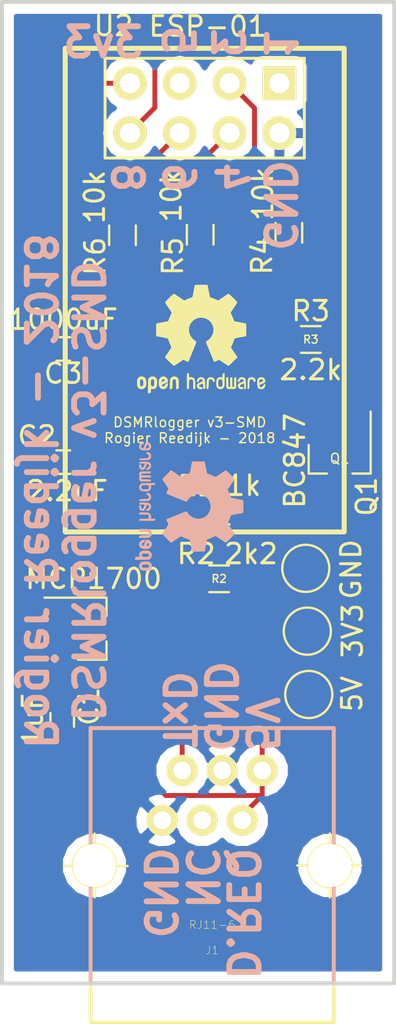
<source format=kicad_pcb>
(kicad_pcb (version 4) (host pcbnew 4.0.7)

  (general
    (links 29)
    (no_connects 0)
    (area 97.30499 110.059999 123.75261 162.454201)
    (thickness 1.6)
    (drawings 20)
    (tracks 65)
    (zones 0)
    (modules 18)
    (nets 10)
  )

  (page A4)
  (layers
    (0 F.Cu signal)
    (31 B.Cu signal hide)
    (32 B.Adhes user hide)
    (33 F.Adhes user)
    (34 B.Paste user hide)
    (35 F.Paste user)
    (36 B.SilkS user)
    (37 F.SilkS user)
    (38 B.Mask user hide)
    (39 F.Mask user hide)
    (40 Dwgs.User user)
    (41 Cmts.User user)
    (42 Eco1.User user)
    (43 Eco2.User user)
    (44 Edge.Cuts user)
    (45 Margin user)
    (46 B.CrtYd user hide)
    (47 F.CrtYd user)
    (48 B.Fab user hide)
    (49 F.Fab user)
  )

  (setup
    (last_trace_width 0.25)
    (trace_clearance 0.2)
    (zone_clearance 0.508)
    (zone_45_only no)
    (trace_min 0.2)
    (segment_width 0.2)
    (edge_width 0.2)
    (via_size 0.6)
    (via_drill 0.4)
    (via_min_size 0.4)
    (via_min_drill 0.3)
    (uvia_size 0.3)
    (uvia_drill 0.1)
    (uvias_allowed no)
    (uvia_min_size 0.2)
    (uvia_min_drill 0.1)
    (pcb_text_width 0.3)
    (pcb_text_size 1.5 1.5)
    (mod_edge_width 0.15)
    (mod_text_size 1 1)
    (mod_text_width 0.15)
    (pad_size 1.524 1.524)
    (pad_drill 0.762)
    (pad_to_mask_clearance 0.2)
    (aux_axis_origin 183.4134 56.896)
    (grid_origin 100.0252 159.9438)
    (visible_elements 7FFFFFEF)
    (pcbplotparams
      (layerselection 0x010f0_80000001)
      (usegerberextensions false)
      (excludeedgelayer true)
      (linewidth 0.100000)
      (plotframeref false)
      (viasonmask false)
      (mode 1)
      (useauxorigin false)
      (hpglpennumber 1)
      (hpglpenspeed 20)
      (hpglpendiameter 15)
      (hpglpenoverlay 2)
      (psnegative false)
      (psa4output false)
      (plotreference true)
      (plotvalue true)
      (plotinvisibletext false)
      (padsonsilk false)
      (subtractmaskfromsilk false)
      (outputformat 1)
      (mirror false)
      (drillshape 0)
      (scaleselection 1)
      (outputdirectory Gerber/))
  )

  (net 0 "")
  (net 1 5V)
  (net 2 GND)
  (net 3 3V3)
  (net 4 TxD)
  (net 5 "Net-(Q1-Pad2)")
  (net 6 RxD)
  (net 7 "Net-(R4-Pad2)")
  (net 8 "Net-(R5-Pad2)")
  (net 9 "Net-(R6-Pad2)")

  (net_class Default "This is the default net class."
    (clearance 0.2)
    (trace_width 0.25)
    (via_dia 0.6)
    (via_drill 0.4)
    (uvia_dia 0.3)
    (uvia_drill 0.1)
    (add_net 3V3)
    (add_net 5V)
    (add_net GND)
    (add_net "Net-(Q1-Pad2)")
    (add_net "Net-(R4-Pad2)")
    (add_net "Net-(R5-Pad2)")
    (add_net "Net-(R6-Pad2)")
    (add_net RxD)
    (add_net TxD)
  )

  (module Connectors-P1:RJ11-6 (layer F.Cu) (tedit 5C14442E) (tstamp 5C1421EC)
    (at 110.3376 154.1526 180)
    (path /5C06DD8B)
    (attr virtual)
    (fp_text reference J1 (at 0 -4.318 180) (layer F.SilkS)
      (effects (font (size 0.4064 0.4064) (thickness 0.0254)))
    )
    (fp_text value RJ11-6 (at 0 -3.0226 180) (layer F.SilkS)
      (effects (font (size 0.4064 0.4064) (thickness 0.0254)))
    )
    (fp_line (start 6.2 7) (end 6.2 -6) (layer B.SilkS) (width 0.2032))
    (fp_line (start 6.2 -6) (end -6.2 -6) (layer B.SilkS) (width 0.2032))
    (fp_line (start -6.2 -6) (end -6.2 7) (layer B.SilkS) (width 0.2032))
    (fp_line (start 6.2 7) (end -6.2 7) (layer B.SilkS) (width 0.2032))
    (fp_line (start -6.2 -6.2) (end -6.2 -8) (layer F.SilkS) (width 0.2032))
    (fp_line (start -6.2 -8) (end 6.2 -8) (layer F.SilkS) (width 0.2032))
    (fp_line (start 6.2 -8) (end 6.2 -6.2) (layer F.SilkS) (width 0.2032))
    (fp_circle (center -6 0) (end -5.8928 1.1) (layer F.SilkS) (width 0.127))
    (fp_line (start -7.5946 0) (end -4.3434 0) (layer F.SilkS) (width 0.127))
    (fp_line (start -6 1.6256) (end -6 -1.6256) (layer F.SilkS) (width 0.127))
    (fp_circle (center 6 0) (end 5.8928 1.1) (layer F.SilkS) (width 0.127))
    (fp_line (start 4.318 -0.0254) (end 7.5692 -0.0254) (layer F.SilkS) (width 0.127))
    (fp_line (start 6 1.6256) (end 6 -1.6256) (layer F.SilkS) (width 0.127))
    (pad "" np_thru_hole circle (at 6 0 180) (size 2.2 2.2) (drill 2.2) (layers *.Cu *.Mask))
    (pad 1 thru_hole circle (at -2.55 4.84 180) (size 1.6 1.6) (drill 0.9) (layers *.Cu F.Paste F.SilkS F.Mask)
      (net 1 5V))
    (pad 2 thru_hole circle (at -1.53 2.3 180) (size 1.6 1.6) (drill 0.9) (layers *.Cu F.Paste F.SilkS F.Mask)
      (net 1 5V))
    (pad 3 thru_hole circle (at -0.51 4.84 180) (size 1.6 1.6) (drill 0.9) (layers *.Cu F.Paste F.SilkS F.Mask)
      (net 2 GND))
    (pad 4 thru_hole circle (at 0.51 2.3 180) (size 1.6 1.6) (drill 0.9) (layers *.Cu F.Paste F.SilkS F.Mask))
    (pad 5 thru_hole circle (at 1.53 4.84 180) (size 1.6 1.6) (drill 0.9) (layers *.Cu F.Paste F.SilkS F.Mask)
      (net 4 TxD))
    (pad 6 thru_hole circle (at 2.55 2.3 180) (size 1.6 1.6) (drill 0.9) (layers *.Cu F.Paste F.SilkS F.Mask)
      (net 2 GND))
    (pad "" np_thru_hole circle (at -6 0 180) (size 2.2 2.2) (drill 2.2) (layers *.Cu *.Mask))
  )

  (module ESP8266:ESP-01 (layer F.Cu) (tedit 5C1C2A59) (tstamp 5C142245)
    (at 113.7666 114.3 270)
    (descr "Module, ESP-8266, ESP-01, 8 pin")
    (tags "Module ESP-8266 ESP8266")
    (path /5C06E369)
    (fp_text reference U2 (at -2.921 8.4582 360) (layer F.SilkS)
      (effects (font (size 1 1) (thickness 0.15)))
    )
    (fp_text value ESP-01 (at -2.8956 3.6576 360) (layer F.SilkS)
      (effects (font (size 1 1) (thickness 0.15)))
    )
    (fp_line (start -1.778 -3.302) (end 22.86 -3.302) (layer F.SilkS) (width 0.254))
    (fp_line (start 22.86 -3.302) (end 22.86 10.922) (layer F.SilkS) (width 0.254))
    (fp_line (start 22.86 10.922) (end -1.778 10.922) (layer F.SilkS) (width 0.254))
    (fp_line (start -1.778 10.922) (end -1.778 -3.302) (layer F.SilkS) (width 0.254))
    (fp_line (start -1.778 -3.302) (end 22.86 -3.302) (layer F.Fab) (width 0.05))
    (fp_line (start 22.86 -3.302) (end 22.86 10.922) (layer F.Fab) (width 0.05))
    (fp_line (start 22.86 10.922) (end -1.778 10.922) (layer F.Fab) (width 0.05))
    (fp_line (start -1.778 10.922) (end -1.778 -3.302) (layer F.Fab) (width 0.05))
    (fp_line (start 1.27 -1.27) (end -1.27 -1.27) (layer F.SilkS) (width 0.1524))
    (fp_line (start -1.27 -1.27) (end -1.27 1.27) (layer F.SilkS) (width 0.1524))
    (fp_line (start -1.75 -1.75) (end -1.75 9.4) (layer F.CrtYd) (width 0.05))
    (fp_line (start 4.3 -1.75) (end 4.3 9.4) (layer F.CrtYd) (width 0.05))
    (fp_line (start -1.75 -1.75) (end 4.3 -1.75) (layer F.CrtYd) (width 0.05))
    (fp_line (start -1.75 9.4) (end 4.3 9.4) (layer F.CrtYd) (width 0.05))
    (fp_line (start -1.27 1.27) (end -1.27 8.89) (layer F.SilkS) (width 0.1524))
    (fp_line (start -1.27 8.89) (end 3.81 8.89) (layer F.SilkS) (width 0.1524))
    (fp_line (start 3.81 8.89) (end 3.81 -1.27) (layer F.SilkS) (width 0.1524))
    (fp_line (start 3.81 -1.27) (end 1.27 -1.27) (layer F.SilkS) (width 0.1524))
    (pad 1 thru_hole rect (at 0 0 270) (size 1.7272 1.7272) (drill 1.016) (layers *.Cu *.Mask F.SilkS))
    (pad 2 thru_hole oval (at 2.54 0 270) (size 1.7272 1.7272) (drill 1.016) (layers *.Cu *.Mask F.SilkS)
      (net 2 GND))
    (pad 3 thru_hole oval (at 0 2.54 270) (size 1.7272 1.7272) (drill 1.016) (layers *.Cu *.Mask F.SilkS)
      (net 7 "Net-(R4-Pad2)"))
    (pad 4 thru_hole oval (at 2.54 2.54 270) (size 1.7272 1.7272) (drill 1.016) (layers *.Cu *.Mask F.SilkS)
      (net 8 "Net-(R5-Pad2)"))
    (pad 5 thru_hole oval (at 0 5.08 270) (size 1.7272 1.7272) (drill 1.016) (layers *.Cu *.Mask F.SilkS))
    (pad 6 thru_hole oval (at 2.54 5.08 270) (size 1.7272 1.7272) (drill 1.016) (layers *.Cu *.Mask F.SilkS)
      (net 9 "Net-(R6-Pad2)"))
    (pad 7 thru_hole oval (at 0 7.62 270) (size 1.7272 1.7272) (drill 1.016) (layers *.Cu *.Mask F.SilkS)
      (net 3 3V3))
    (pad 8 thru_hole oval (at 2.54 7.62 270) (size 1.7272 1.7272) (drill 1.016) (layers *.Cu *.Mask F.SilkS)
      (net 6 RxD))
  )

  (module Capacitors_SMD:C_0603_HandSoldering (layer F.Cu) (tedit 5C1C2AD1) (tstamp 5C1C1366)
    (at 102.6922 146.7358 270)
    (descr "Capacitor SMD 0603, hand soldering")
    (tags "capacitor 0603")
    (path /5C06D750)
    (attr smd)
    (fp_text reference C1 (at -0.6858 -1.3716 270) (layer F.SilkS)
      (effects (font (size 1 1) (thickness 0.15)))
    )
    (fp_text value 1uF (at 0 1.5 270) (layer F.SilkS)
      (effects (font (size 1 1) (thickness 0.15)))
    )
    (fp_text user %R (at 0 -1.25 270) (layer F.Fab)
      (effects (font (size 1 1) (thickness 0.15)))
    )
    (fp_line (start -0.8 0.4) (end -0.8 -0.4) (layer F.Fab) (width 0.1))
    (fp_line (start 0.8 0.4) (end -0.8 0.4) (layer F.Fab) (width 0.1))
    (fp_line (start 0.8 -0.4) (end 0.8 0.4) (layer F.Fab) (width 0.1))
    (fp_line (start -0.8 -0.4) (end 0.8 -0.4) (layer F.Fab) (width 0.1))
    (fp_line (start -0.35 -0.6) (end 0.35 -0.6) (layer F.SilkS) (width 0.12))
    (fp_line (start 0.35 0.6) (end -0.35 0.6) (layer F.SilkS) (width 0.12))
    (fp_line (start -1.8 -0.65) (end 1.8 -0.65) (layer F.CrtYd) (width 0.05))
    (fp_line (start -1.8 -0.65) (end -1.8 0.65) (layer F.CrtYd) (width 0.05))
    (fp_line (start 1.8 0.65) (end 1.8 -0.65) (layer F.CrtYd) (width 0.05))
    (fp_line (start 1.8 0.65) (end -1.8 0.65) (layer F.CrtYd) (width 0.05))
    (pad 1 smd rect (at -0.95 0 270) (size 1.2 0.75) (layers F.Cu F.Paste F.Mask)
      (net 1 5V))
    (pad 2 smd rect (at 0.95 0 270) (size 1.2 0.75) (layers F.Cu F.Paste F.Mask)
      (net 2 GND))
    (model Capacitors_SMD.3dshapes/C_0603.wrl
      (at (xyz 0 0 0))
      (scale (xyz 1 1 1))
      (rotate (xyz 0 0 0))
    )
  )

  (module Capacitors_SMD:C_0603_HandSoldering (layer F.Cu) (tedit 5C1C2B90) (tstamp 5C1C136B)
    (at 102.743 133.604 180)
    (descr "Capacitor SMD 0603, hand soldering")
    (tags "capacitor 0603")
    (path /5C06D617)
    (attr smd)
    (fp_text reference C2 (at 1.3462 1.3208 180) (layer F.SilkS)
      (effects (font (size 1 1) (thickness 0.15)))
    )
    (fp_text value 2.2uF (at -0.2032 -1.4732 180) (layer F.SilkS)
      (effects (font (size 1 1) (thickness 0.15)))
    )
    (fp_text user %R (at 0 -1.25 180) (layer F.Fab)
      (effects (font (size 1 1) (thickness 0.15)))
    )
    (fp_line (start -0.8 0.4) (end -0.8 -0.4) (layer F.Fab) (width 0.1))
    (fp_line (start 0.8 0.4) (end -0.8 0.4) (layer F.Fab) (width 0.1))
    (fp_line (start 0.8 -0.4) (end 0.8 0.4) (layer F.Fab) (width 0.1))
    (fp_line (start -0.8 -0.4) (end 0.8 -0.4) (layer F.Fab) (width 0.1))
    (fp_line (start -0.35 -0.6) (end 0.35 -0.6) (layer F.SilkS) (width 0.12))
    (fp_line (start 0.35 0.6) (end -0.35 0.6) (layer F.SilkS) (width 0.12))
    (fp_line (start -1.8 -0.65) (end 1.8 -0.65) (layer F.CrtYd) (width 0.05))
    (fp_line (start -1.8 -0.65) (end -1.8 0.65) (layer F.CrtYd) (width 0.05))
    (fp_line (start 1.8 0.65) (end 1.8 -0.65) (layer F.CrtYd) (width 0.05))
    (fp_line (start 1.8 0.65) (end -1.8 0.65) (layer F.CrtYd) (width 0.05))
    (pad 1 smd rect (at -0.95 0 180) (size 1.2 0.75) (layers F.Cu F.Paste F.Mask)
      (net 3 3V3))
    (pad 2 smd rect (at 0.95 0 180) (size 1.2 0.75) (layers F.Cu F.Paste F.Mask)
      (net 2 GND))
    (model Capacitors_SMD.3dshapes/C_0603.wrl
      (at (xyz 0 0 0))
      (scale (xyz 1 1 1))
      (rotate (xyz 0 0 0))
    )
  )

  (module Capacitors_SMD:C_0603_HandSoldering (layer F.Cu) (tedit 5C1C28D3) (tstamp 5C1C1370)
    (at 102.743 127.8382 180)
    (descr "Capacitor SMD 0603, hand soldering")
    (tags "capacitor 0603")
    (path /5C06D6E7)
    (attr smd)
    (fp_text reference C3 (at 0 -1.25 180) (layer F.SilkS)
      (effects (font (size 1 1) (thickness 0.15)))
    )
    (fp_text value 1000uF (at 0 1.5 180) (layer F.SilkS)
      (effects (font (size 1 1) (thickness 0.15)))
    )
    (fp_text user %R (at 0 -1.25 180) (layer F.Fab)
      (effects (font (size 1 1) (thickness 0.15)))
    )
    (fp_line (start -0.8 0.4) (end -0.8 -0.4) (layer F.Fab) (width 0.1))
    (fp_line (start 0.8 0.4) (end -0.8 0.4) (layer F.Fab) (width 0.1))
    (fp_line (start 0.8 -0.4) (end 0.8 0.4) (layer F.Fab) (width 0.1))
    (fp_line (start -0.8 -0.4) (end 0.8 -0.4) (layer F.Fab) (width 0.1))
    (fp_line (start -0.35 -0.6) (end 0.35 -0.6) (layer F.SilkS) (width 0.12))
    (fp_line (start 0.35 0.6) (end -0.35 0.6) (layer F.SilkS) (width 0.12))
    (fp_line (start -1.8 -0.65) (end 1.8 -0.65) (layer F.CrtYd) (width 0.05))
    (fp_line (start -1.8 -0.65) (end -1.8 0.65) (layer F.CrtYd) (width 0.05))
    (fp_line (start 1.8 0.65) (end 1.8 -0.65) (layer F.CrtYd) (width 0.05))
    (fp_line (start 1.8 0.65) (end -1.8 0.65) (layer F.CrtYd) (width 0.05))
    (pad 1 smd rect (at -0.95 0 180) (size 1.2 0.75) (layers F.Cu F.Paste F.Mask)
      (net 3 3V3))
    (pad 2 smd rect (at 0.95 0 180) (size 1.2 0.75) (layers F.Cu F.Paste F.Mask)
      (net 2 GND))
    (model Capacitors_SMD.3dshapes/C_0603.wrl
      (at (xyz 0 0 0))
      (scale (xyz 1 1 1))
      (rotate (xyz 0 0 0))
    )
  )

  (module TO_SOT_Packages_SMD:SOT-23_Handsoldering (layer F.Cu) (tedit 5C1C2BAA) (tstamp 5C1C1381)
    (at 116.84 133.4262 270)
    (descr "SOT-23, Handsoldering")
    (tags SOT-23)
    (path /5C06EBF4)
    (attr smd)
    (fp_text reference Q1 (at 1.9304 -1.3716 270) (layer F.SilkS)
      (effects (font (size 1 1) (thickness 0.15)))
    )
    (fp_text value BC847 (at 0.1016 2.286 270) (layer F.SilkS)
      (effects (font (size 1 1) (thickness 0.15)))
    )
    (fp_text user %R (at 0 0 360) (layer F.SilkS)
      (effects (font (size 0.5 0.5) (thickness 0.075)))
    )
    (fp_line (start 0.76 1.58) (end 0.76 0.65) (layer F.SilkS) (width 0.12))
    (fp_line (start 0.76 -1.58) (end 0.76 -0.65) (layer F.SilkS) (width 0.12))
    (fp_line (start -2.7 -1.75) (end 2.7 -1.75) (layer F.CrtYd) (width 0.05))
    (fp_line (start 2.7 -1.75) (end 2.7 1.75) (layer F.CrtYd) (width 0.05))
    (fp_line (start 2.7 1.75) (end -2.7 1.75) (layer F.CrtYd) (width 0.05))
    (fp_line (start -2.7 1.75) (end -2.7 -1.75) (layer F.CrtYd) (width 0.05))
    (fp_line (start 0.76 -1.58) (end -2.4 -1.58) (layer F.SilkS) (width 0.12))
    (fp_line (start -0.7 -0.95) (end -0.7 1.5) (layer F.Fab) (width 0.1))
    (fp_line (start -0.15 -1.52) (end 0.7 -1.52) (layer F.Fab) (width 0.1))
    (fp_line (start -0.7 -0.95) (end -0.15 -1.52) (layer F.Fab) (width 0.1))
    (fp_line (start 0.7 -1.52) (end 0.7 1.52) (layer F.Fab) (width 0.1))
    (fp_line (start -0.7 1.52) (end 0.7 1.52) (layer F.Fab) (width 0.1))
    (fp_line (start 0.76 1.58) (end -0.7 1.58) (layer F.SilkS) (width 0.12))
    (pad 1 smd rect (at -1.5 -0.95 270) (size 1.9 0.8) (layers F.Cu F.Paste F.Mask)
      (net 6 RxD))
    (pad 2 smd rect (at -1.5 0.95 270) (size 1.9 0.8) (layers F.Cu F.Paste F.Mask)
      (net 5 "Net-(Q1-Pad2)"))
    (pad 3 smd rect (at 1.5 0 270) (size 1.9 0.8) (layers F.Cu F.Paste F.Mask)
      (net 2 GND))
    (model ${KISYS3DMOD}/TO_SOT_Packages_SMD.3dshapes\SOT-23.wrl
      (at (xyz 0 0 0))
      (scale (xyz 1 1 1))
      (rotate (xyz 0 0 0))
    )
  )

  (module Resistors_SMD:R_0603_HandSoldering (layer F.Cu) (tedit 5C1C2A87) (tstamp 5C1C1387)
    (at 110.7186 136.0932 180)
    (descr "Resistor SMD 0603, hand soldering")
    (tags "resistor 0603")
    (path /5C06ED61)
    (attr smd)
    (fp_text reference R1 (at 1.1684 1.27 180) (layer F.SilkS)
      (effects (font (size 1 1) (thickness 0.15)))
    )
    (fp_text value 1k (at -1.2192 1.2954 180) (layer F.SilkS)
      (effects (font (size 1 1) (thickness 0.15)))
    )
    (fp_text user %R (at 0 0 180) (layer F.SilkS)
      (effects (font (size 0.4 0.4) (thickness 0.075)))
    )
    (fp_line (start -0.8 0.4) (end -0.8 -0.4) (layer F.Fab) (width 0.1))
    (fp_line (start 0.8 0.4) (end -0.8 0.4) (layer F.Fab) (width 0.1))
    (fp_line (start 0.8 -0.4) (end 0.8 0.4) (layer F.Fab) (width 0.1))
    (fp_line (start -0.8 -0.4) (end 0.8 -0.4) (layer F.Fab) (width 0.1))
    (fp_line (start 0.5 0.68) (end -0.5 0.68) (layer F.SilkS) (width 0.12))
    (fp_line (start -0.5 -0.68) (end 0.5 -0.68) (layer F.SilkS) (width 0.12))
    (fp_line (start -1.96 -0.7) (end 1.95 -0.7) (layer F.CrtYd) (width 0.05))
    (fp_line (start -1.96 -0.7) (end -1.96 0.7) (layer F.CrtYd) (width 0.05))
    (fp_line (start 1.95 0.7) (end 1.95 -0.7) (layer F.CrtYd) (width 0.05))
    (fp_line (start 1.95 0.7) (end -1.96 0.7) (layer F.CrtYd) (width 0.05))
    (pad 1 smd rect (at -1.1 0 180) (size 1.2 0.9) (layers F.Cu F.Paste F.Mask)
      (net 5 "Net-(Q1-Pad2)"))
    (pad 2 smd rect (at 1.1 0 180) (size 1.2 0.9) (layers F.Cu F.Paste F.Mask)
      (net 4 TxD))
    (model ${KISYS3DMOD}/Resistors_SMD.3dshapes/R_0603.wrl
      (at (xyz 0 0 0))
      (scale (xyz 1 1 1))
      (rotate (xyz 0 0 0))
    )
  )

  (module Resistors_SMD:R_0603_HandSoldering (layer F.Cu) (tedit 5C1C2AA5) (tstamp 5C1C138C)
    (at 110.6932 139.5476)
    (descr "Resistor SMD 0603, hand soldering")
    (tags "resistor 0603")
    (path /5C06EDE4)
    (attr smd)
    (fp_text reference R2 (at -1.1684 -1.27) (layer F.SilkS)
      (effects (font (size 1 1) (thickness 0.15)))
    )
    (fp_text value 2k2 (at 1.6256 -1.27) (layer F.SilkS)
      (effects (font (size 1 1) (thickness 0.15)))
    )
    (fp_text user %R (at 0 0) (layer F.SilkS)
      (effects (font (size 0.4 0.4) (thickness 0.075)))
    )
    (fp_line (start -0.8 0.4) (end -0.8 -0.4) (layer F.Fab) (width 0.1))
    (fp_line (start 0.8 0.4) (end -0.8 0.4) (layer F.Fab) (width 0.1))
    (fp_line (start 0.8 -0.4) (end 0.8 0.4) (layer F.Fab) (width 0.1))
    (fp_line (start -0.8 -0.4) (end 0.8 -0.4) (layer F.Fab) (width 0.1))
    (fp_line (start 0.5 0.68) (end -0.5 0.68) (layer F.SilkS) (width 0.12))
    (fp_line (start -0.5 -0.68) (end 0.5 -0.68) (layer F.SilkS) (width 0.12))
    (fp_line (start -1.96 -0.7) (end 1.95 -0.7) (layer F.CrtYd) (width 0.05))
    (fp_line (start -1.96 -0.7) (end -1.96 0.7) (layer F.CrtYd) (width 0.05))
    (fp_line (start 1.95 0.7) (end 1.95 -0.7) (layer F.CrtYd) (width 0.05))
    (fp_line (start 1.95 0.7) (end -1.96 0.7) (layer F.CrtYd) (width 0.05))
    (pad 1 smd rect (at -1.1 0) (size 1.2 0.9) (layers F.Cu F.Paste F.Mask)
      (net 4 TxD))
    (pad 2 smd rect (at 1.1 0) (size 1.2 0.9) (layers F.Cu F.Paste F.Mask)
      (net 1 5V))
    (model ${KISYS3DMOD}/Resistors_SMD.3dshapes/R_0603.wrl
      (at (xyz 0 0 0))
      (scale (xyz 1 1 1))
      (rotate (xyz 0 0 0))
    )
  )

  (module Resistors_SMD:R_0603_HandSoldering (layer F.Cu) (tedit 5C1C289C) (tstamp 5C1C1391)
    (at 115.3668 127.3556)
    (descr "Resistor SMD 0603, hand soldering")
    (tags "resistor 0603")
    (path /5C06ECDE)
    (attr smd)
    (fp_text reference R3 (at 0 -1.45) (layer F.SilkS)
      (effects (font (size 1 1) (thickness 0.15)))
    )
    (fp_text value 2.2k (at 0 1.55) (layer F.SilkS)
      (effects (font (size 1 1) (thickness 0.15)))
    )
    (fp_text user %R (at 0 0) (layer F.SilkS)
      (effects (font (size 0.4 0.4) (thickness 0.075)))
    )
    (fp_line (start -0.8 0.4) (end -0.8 -0.4) (layer F.Fab) (width 0.1))
    (fp_line (start 0.8 0.4) (end -0.8 0.4) (layer F.Fab) (width 0.1))
    (fp_line (start 0.8 -0.4) (end 0.8 0.4) (layer F.Fab) (width 0.1))
    (fp_line (start -0.8 -0.4) (end 0.8 -0.4) (layer F.Fab) (width 0.1))
    (fp_line (start 0.5 0.68) (end -0.5 0.68) (layer F.SilkS) (width 0.12))
    (fp_line (start -0.5 -0.68) (end 0.5 -0.68) (layer F.SilkS) (width 0.12))
    (fp_line (start -1.96 -0.7) (end 1.95 -0.7) (layer F.CrtYd) (width 0.05))
    (fp_line (start -1.96 -0.7) (end -1.96 0.7) (layer F.CrtYd) (width 0.05))
    (fp_line (start 1.95 0.7) (end 1.95 -0.7) (layer F.CrtYd) (width 0.05))
    (fp_line (start 1.95 0.7) (end -1.96 0.7) (layer F.CrtYd) (width 0.05))
    (pad 1 smd rect (at -1.1 0) (size 1.2 0.9) (layers F.Cu F.Paste F.Mask)
      (net 3 3V3))
    (pad 2 smd rect (at 1.1 0) (size 1.2 0.9) (layers F.Cu F.Paste F.Mask)
      (net 6 RxD))
    (model ${KISYS3DMOD}/Resistors_SMD.3dshapes/R_0603.wrl
      (at (xyz 0 0 0))
      (scale (xyz 1 1 1))
      (rotate (xyz 0 0 0))
    )
  )

  (module Resistors_SMD:R_0603_HandSoldering (layer F.Cu) (tedit 5C1C2A18) (tstamp 5C1C1396)
    (at 114.2492 121.92 90)
    (descr "Resistor SMD 0603, hand soldering")
    (tags "resistor 0603")
    (path /5C06E753)
    (attr smd)
    (fp_text reference R4 (at -1.1684 -1.3716 90) (layer F.SilkS)
      (effects (font (size 1 1) (thickness 0.15)))
    )
    (fp_text value 10k (at 1.9812 -1.3208 90) (layer F.SilkS)
      (effects (font (size 1 1) (thickness 0.15)))
    )
    (fp_text user %R (at 0 0 90) (layer F.Fab)
      (effects (font (size 0.4 0.4) (thickness 0.075)))
    )
    (fp_line (start -0.8 0.4) (end -0.8 -0.4) (layer F.Fab) (width 0.1))
    (fp_line (start 0.8 0.4) (end -0.8 0.4) (layer F.Fab) (width 0.1))
    (fp_line (start 0.8 -0.4) (end 0.8 0.4) (layer F.Fab) (width 0.1))
    (fp_line (start -0.8 -0.4) (end 0.8 -0.4) (layer F.Fab) (width 0.1))
    (fp_line (start 0.5 0.68) (end -0.5 0.68) (layer F.SilkS) (width 0.12))
    (fp_line (start -0.5 -0.68) (end 0.5 -0.68) (layer F.SilkS) (width 0.12))
    (fp_line (start -1.96 -0.7) (end 1.95 -0.7) (layer F.CrtYd) (width 0.05))
    (fp_line (start -1.96 -0.7) (end -1.96 0.7) (layer F.CrtYd) (width 0.05))
    (fp_line (start 1.95 0.7) (end 1.95 -0.7) (layer F.CrtYd) (width 0.05))
    (fp_line (start 1.95 0.7) (end -1.96 0.7) (layer F.CrtYd) (width 0.05))
    (pad 1 smd rect (at -1.1 0 90) (size 1.2 0.9) (layers F.Cu F.Paste F.Mask)
      (net 3 3V3))
    (pad 2 smd rect (at 1.1 0 90) (size 1.2 0.9) (layers F.Cu F.Paste F.Mask)
      (net 7 "Net-(R4-Pad2)"))
    (model ${KISYS3DMOD}/Resistors_SMD.3dshapes/R_0603.wrl
      (at (xyz 0 0 0))
      (scale (xyz 1 1 1))
      (rotate (xyz 0 0 0))
    )
  )

  (module Resistors_SMD:R_0603_HandSoldering (layer F.Cu) (tedit 5C1C2A0D) (tstamp 5C1C139B)
    (at 109.728 122.0216 90)
    (descr "Resistor SMD 0603, hand soldering")
    (tags "resistor 0603")
    (path /5C06E6B4)
    (attr smd)
    (fp_text reference R5 (at -1.0922 -1.397 90) (layer F.SilkS)
      (effects (font (size 1 1) (thickness 0.15)))
    )
    (fp_text value 10k (at 2.0066 -1.4732 90) (layer F.SilkS)
      (effects (font (size 1 1) (thickness 0.15)))
    )
    (fp_text user %R (at 0 0 90) (layer F.Fab)
      (effects (font (size 0.4 0.4) (thickness 0.075)))
    )
    (fp_line (start -0.8 0.4) (end -0.8 -0.4) (layer F.Fab) (width 0.1))
    (fp_line (start 0.8 0.4) (end -0.8 0.4) (layer F.Fab) (width 0.1))
    (fp_line (start 0.8 -0.4) (end 0.8 0.4) (layer F.Fab) (width 0.1))
    (fp_line (start -0.8 -0.4) (end 0.8 -0.4) (layer F.Fab) (width 0.1))
    (fp_line (start 0.5 0.68) (end -0.5 0.68) (layer F.SilkS) (width 0.12))
    (fp_line (start -0.5 -0.68) (end 0.5 -0.68) (layer F.SilkS) (width 0.12))
    (fp_line (start -1.96 -0.7) (end 1.95 -0.7) (layer F.CrtYd) (width 0.05))
    (fp_line (start -1.96 -0.7) (end -1.96 0.7) (layer F.CrtYd) (width 0.05))
    (fp_line (start 1.95 0.7) (end 1.95 -0.7) (layer F.CrtYd) (width 0.05))
    (fp_line (start 1.95 0.7) (end -1.96 0.7) (layer F.CrtYd) (width 0.05))
    (pad 1 smd rect (at -1.1 0 90) (size 1.2 0.9) (layers F.Cu F.Paste F.Mask)
      (net 3 3V3))
    (pad 2 smd rect (at 1.1 0 90) (size 1.2 0.9) (layers F.Cu F.Paste F.Mask)
      (net 8 "Net-(R5-Pad2)"))
    (model ${KISYS3DMOD}/Resistors_SMD.3dshapes/R_0603.wrl
      (at (xyz 0 0 0))
      (scale (xyz 1 1 1))
      (rotate (xyz 0 0 0))
    )
  )

  (module Resistors_SMD:R_0603_HandSoldering (layer F.Cu) (tedit 5C1C29FF) (tstamp 5C1C13A0)
    (at 105.7656 122.047 90)
    (descr "Resistor SMD 0603, hand soldering")
    (tags "resistor 0603")
    (path /5C06E6FB)
    (attr smd)
    (fp_text reference R6 (at -1.0668 -1.397 90) (layer F.SilkS)
      (effects (font (size 1 1) (thickness 0.15)))
    )
    (fp_text value 10k (at 1.9558 -1.4224 90) (layer F.SilkS)
      (effects (font (size 1 1) (thickness 0.15)))
    )
    (fp_text user %R (at 0 0 90) (layer F.Fab)
      (effects (font (size 0.4 0.4) (thickness 0.075)))
    )
    (fp_line (start -0.8 0.4) (end -0.8 -0.4) (layer F.Fab) (width 0.1))
    (fp_line (start 0.8 0.4) (end -0.8 0.4) (layer F.Fab) (width 0.1))
    (fp_line (start 0.8 -0.4) (end 0.8 0.4) (layer F.Fab) (width 0.1))
    (fp_line (start -0.8 -0.4) (end 0.8 -0.4) (layer F.Fab) (width 0.1))
    (fp_line (start 0.5 0.68) (end -0.5 0.68) (layer F.SilkS) (width 0.12))
    (fp_line (start -0.5 -0.68) (end 0.5 -0.68) (layer F.SilkS) (width 0.12))
    (fp_line (start -1.96 -0.7) (end 1.95 -0.7) (layer F.CrtYd) (width 0.05))
    (fp_line (start -1.96 -0.7) (end -1.96 0.7) (layer F.CrtYd) (width 0.05))
    (fp_line (start 1.95 0.7) (end 1.95 -0.7) (layer F.CrtYd) (width 0.05))
    (fp_line (start 1.95 0.7) (end -1.96 0.7) (layer F.CrtYd) (width 0.05))
    (pad 1 smd rect (at -1.1 0 90) (size 1.2 0.9) (layers F.Cu F.Paste F.Mask)
      (net 3 3V3))
    (pad 2 smd rect (at 1.1 0 90) (size 1.2 0.9) (layers F.Cu F.Paste F.Mask)
      (net 9 "Net-(R6-Pad2)"))
    (model ${KISYS3DMOD}/Resistors_SMD.3dshapes/R_0603.wrl
      (at (xyz 0 0 0))
      (scale (xyz 1 1 1))
      (rotate (xyz 0 0 0))
    )
  )

  (module TO_SOT_Packages_SMD:SOT-23_Handsoldering (layer F.Cu) (tedit 5C1C2AC1) (tstamp 5C1C13A5)
    (at 104.1908 142.0876)
    (descr "SOT-23, Handsoldering")
    (tags SOT-23)
    (path /5C06D853)
    (attr smd)
    (fp_text reference U1 (at 1.8542 1.27) (layer F.SilkS) hide
      (effects (font (size 1 1) (thickness 0.15)))
    )
    (fp_text value MCP1700 (at 0.1016 -2.54) (layer F.SilkS)
      (effects (font (size 1 1) (thickness 0.15)))
    )
    (fp_text user %R (at 0 0 90) (layer F.Fab)
      (effects (font (size 0.5 0.5) (thickness 0.075)))
    )
    (fp_line (start 0.76 1.58) (end 0.76 0.65) (layer F.SilkS) (width 0.12))
    (fp_line (start 0.76 -1.58) (end 0.76 -0.65) (layer F.SilkS) (width 0.12))
    (fp_line (start -2.7 -1.75) (end 2.7 -1.75) (layer F.CrtYd) (width 0.05))
    (fp_line (start 2.7 -1.75) (end 2.7 1.75) (layer F.CrtYd) (width 0.05))
    (fp_line (start 2.7 1.75) (end -2.7 1.75) (layer F.CrtYd) (width 0.05))
    (fp_line (start -2.7 1.75) (end -2.7 -1.75) (layer F.CrtYd) (width 0.05))
    (fp_line (start 0.76 -1.58) (end -2.4 -1.58) (layer F.SilkS) (width 0.12))
    (fp_line (start -0.7 -0.95) (end -0.7 1.5) (layer F.Fab) (width 0.1))
    (fp_line (start -0.15 -1.52) (end 0.7 -1.52) (layer F.Fab) (width 0.1))
    (fp_line (start -0.7 -0.95) (end -0.15 -1.52) (layer F.Fab) (width 0.1))
    (fp_line (start 0.7 -1.52) (end 0.7 1.52) (layer F.Fab) (width 0.1))
    (fp_line (start -0.7 1.52) (end 0.7 1.52) (layer F.Fab) (width 0.1))
    (fp_line (start 0.76 1.58) (end -0.7 1.58) (layer F.SilkS) (width 0.12))
    (pad 1 smd rect (at -1.5 -0.95) (size 1.9 0.8) (layers F.Cu F.Paste F.Mask)
      (net 2 GND))
    (pad 2 smd rect (at -1.5 0.95) (size 1.9 0.8) (layers F.Cu F.Paste F.Mask)
      (net 1 5V))
    (pad 3 smd rect (at 1.5 0) (size 1.9 0.8) (layers F.Cu F.Paste F.Mask)
      (net 3 3V3))
    (model ${KISYS3DMOD}/TO_SOT_Packages_SMD.3dshapes\SOT-23.wrl
      (at (xyz 0 0 0))
      (scale (xyz 1 1 1))
      (rotate (xyz 0 0 0))
    )
  )

  (module Connectors_TestPoints:Test_Point_Pad_d2.0mm (layer F.Cu) (tedit 5C1C27BB) (tstamp 5C1C1A1B)
    (at 115.189 142.2146)
    (descr "SMD pad as test Point, diameter 2.0mm")
    (tags "test point SMD pad")
    (path /5C06F2AE)
    (attr virtual)
    (fp_text reference TP3 (at 0 -1.998) (layer F.SilkS) hide
      (effects (font (size 1 1) (thickness 0.15)))
    )
    (fp_text value 3V3 (at 2.3114 -0.0254 90) (layer F.SilkS)
      (effects (font (size 1 1) (thickness 0.15)))
    )
    (fp_text user %R (at 0 -2) (layer F.Fab)
      (effects (font (size 1 1) (thickness 0.15)))
    )
    (fp_circle (center 0 0) (end 1.5 0) (layer F.CrtYd) (width 0.05))
    (fp_circle (center 0 0) (end 0 1.2) (layer F.SilkS) (width 0.12))
    (pad 1 smd circle (at 0 0) (size 2 2) (layers F.Cu F.Mask)
      (net 3 3V3))
  )

  (module Connectors_TestPoints:Test_Point_Pad_d2.0mm (layer F.Cu) (tedit 5C1C27A9) (tstamp 5C1C1A20)
    (at 115.2652 145.4404)
    (descr "SMD pad as test Point, diameter 2.0mm")
    (tags "test point SMD pad")
    (path /5C06F309)
    (attr virtual)
    (fp_text reference TP4 (at 0 -1.998) (layer F.SilkS) hide
      (effects (font (size 1 1) (thickness 0.15)))
    )
    (fp_text value 5V (at 2.2098 -0.0254 90) (layer F.SilkS)
      (effects (font (size 1 1) (thickness 0.15)))
    )
    (fp_text user %R (at 0 -2) (layer F.Fab)
      (effects (font (size 1 1) (thickness 0.15)))
    )
    (fp_circle (center 0 0) (end 1.5 0) (layer F.CrtYd) (width 0.05))
    (fp_circle (center 0 0) (end 0 1.2) (layer F.SilkS) (width 0.12))
    (pad 1 smd circle (at 0 0) (size 2 2) (layers F.Cu F.Mask)
      (net 1 5V))
  )

  (module Connectors_TestPoints:Test_Point_Pad_d2.0mm (layer F.Cu) (tedit 5C1C27C9) (tstamp 5C1C1A25)
    (at 115.1128 139.0142)
    (descr "SMD pad as test Point, diameter 2.0mm")
    (tags "test point SMD pad")
    (path /5C06F384)
    (attr virtual)
    (fp_text reference TP5 (at 0 -1.998) (layer F.SilkS) hide
      (effects (font (size 1 1) (thickness 0.15)))
    )
    (fp_text value GND (at 2.3114 0.0508 90) (layer F.SilkS)
      (effects (font (size 1 1) (thickness 0.15)))
    )
    (fp_text user %R (at 0 -2) (layer F.Fab)
      (effects (font (size 1 1) (thickness 0.15)))
    )
    (fp_circle (center 0 0) (end 1.5 0) (layer F.CrtYd) (width 0.05))
    (fp_circle (center 0 0) (end 0 1.2) (layer F.SilkS) (width 0.12))
    (pad 1 smd circle (at 0 0) (size 2 2) (layers F.Cu F.Mask)
      (net 2 GND))
  )

  (module Symbols:OSHW-Logo2_7.3x6mm_SilkScreen (layer B.Cu) (tedit 0) (tstamp 5C1C1FA5)
    (at 109.1692 135.8646 90)
    (descr "Open Source Hardware Symbol")
    (tags "Logo Symbol OSHW")
    (attr virtual)
    (fp_text reference REF*** (at 0 0 90) (layer B.SilkS) hide
      (effects (font (size 1 1) (thickness 0.15)) (justify mirror))
    )
    (fp_text value OSHW-Logo2_7.3x6mm_SilkScreen (at 0.75 0 90) (layer B.Fab) hide
      (effects (font (size 1 1) (thickness 0.15)) (justify mirror))
    )
    (fp_poly (pts (xy -2.400256 -1.919918) (xy -2.344799 -1.947568) (xy -2.295852 -1.99848) (xy -2.282371 -2.017338)
      (xy -2.267686 -2.042015) (xy -2.258158 -2.068816) (xy -2.252707 -2.104587) (xy -2.250253 -2.156169)
      (xy -2.249714 -2.224267) (xy -2.252148 -2.317588) (xy -2.260606 -2.387657) (xy -2.276826 -2.439931)
      (xy -2.302546 -2.479869) (xy -2.339503 -2.512929) (xy -2.342218 -2.514886) (xy -2.37864 -2.534908)
      (xy -2.422498 -2.544815) (xy -2.478276 -2.547257) (xy -2.568952 -2.547257) (xy -2.56899 -2.635283)
      (xy -2.569834 -2.684308) (xy -2.574976 -2.713065) (xy -2.588413 -2.730311) (xy -2.614142 -2.744808)
      (xy -2.620321 -2.747769) (xy -2.649236 -2.761648) (xy -2.671624 -2.770414) (xy -2.688271 -2.771171)
      (xy -2.699964 -2.761023) (xy -2.70749 -2.737073) (xy -2.711634 -2.696426) (xy -2.713185 -2.636186)
      (xy -2.712929 -2.553455) (xy -2.711651 -2.445339) (xy -2.711252 -2.413) (xy -2.709815 -2.301524)
      (xy -2.708528 -2.228603) (xy -2.569029 -2.228603) (xy -2.568245 -2.290499) (xy -2.56476 -2.330997)
      (xy -2.556876 -2.357708) (xy -2.542895 -2.378244) (xy -2.533403 -2.38826) (xy -2.494596 -2.417567)
      (xy -2.460237 -2.419952) (xy -2.424784 -2.39575) (xy -2.423886 -2.394857) (xy -2.409461 -2.376153)
      (xy -2.400687 -2.350732) (xy -2.396261 -2.311584) (xy -2.394882 -2.251697) (xy -2.394857 -2.23843)
      (xy -2.398188 -2.155901) (xy -2.409031 -2.098691) (xy -2.42866 -2.063766) (xy -2.45835 -2.048094)
      (xy -2.475509 -2.046514) (xy -2.516234 -2.053926) (xy -2.544168 -2.07833) (xy -2.560983 -2.12298)
      (xy -2.56835 -2.19113) (xy -2.569029 -2.228603) (xy -2.708528 -2.228603) (xy -2.708292 -2.215245)
      (xy -2.706323 -2.150333) (xy -2.70355 -2.102958) (xy -2.699612 -2.06929) (xy -2.694151 -2.045498)
      (xy -2.686808 -2.027753) (xy -2.677223 -2.012224) (xy -2.673113 -2.006381) (xy -2.618595 -1.951185)
      (xy -2.549664 -1.91989) (xy -2.469928 -1.911165) (xy -2.400256 -1.919918)) (layer B.SilkS) (width 0.01))
    (fp_poly (pts (xy -1.283907 -1.92778) (xy -1.237328 -1.954723) (xy -1.204943 -1.981466) (xy -1.181258 -2.009484)
      (xy -1.164941 -2.043748) (xy -1.154661 -2.089227) (xy -1.149086 -2.150892) (xy -1.146884 -2.233711)
      (xy -1.146629 -2.293246) (xy -1.146629 -2.512391) (xy -1.208314 -2.540044) (xy -1.27 -2.567697)
      (xy -1.277257 -2.32767) (xy -1.280256 -2.238028) (xy -1.283402 -2.172962) (xy -1.287299 -2.128026)
      (xy -1.292553 -2.09877) (xy -1.299769 -2.080748) (xy -1.30955 -2.069511) (xy -1.312688 -2.067079)
      (xy -1.360239 -2.048083) (xy -1.408303 -2.0556) (xy -1.436914 -2.075543) (xy -1.448553 -2.089675)
      (xy -1.456609 -2.10822) (xy -1.461729 -2.136334) (xy -1.464559 -2.179173) (xy -1.465744 -2.241895)
      (xy -1.465943 -2.307261) (xy -1.465982 -2.389268) (xy -1.467386 -2.447316) (xy -1.472086 -2.486465)
      (xy -1.482013 -2.51178) (xy -1.499097 -2.528323) (xy -1.525268 -2.541156) (xy -1.560225 -2.554491)
      (xy -1.598404 -2.569007) (xy -1.593859 -2.311389) (xy -1.592029 -2.218519) (xy -1.589888 -2.149889)
      (xy -1.586819 -2.100711) (xy -1.582206 -2.066198) (xy -1.575432 -2.041562) (xy -1.565881 -2.022016)
      (xy -1.554366 -2.00477) (xy -1.49881 -1.94968) (xy -1.43102 -1.917822) (xy -1.357287 -1.910191)
      (xy -1.283907 -1.92778)) (layer B.SilkS) (width 0.01))
    (fp_poly (pts (xy -2.958885 -1.921962) (xy -2.890855 -1.957733) (xy -2.840649 -2.015301) (xy -2.822815 -2.052312)
      (xy -2.808937 -2.107882) (xy -2.801833 -2.178096) (xy -2.80116 -2.254727) (xy -2.806573 -2.329552)
      (xy -2.81773 -2.394342) (xy -2.834286 -2.440873) (xy -2.839374 -2.448887) (xy -2.899645 -2.508707)
      (xy -2.971231 -2.544535) (xy -3.048908 -2.55502) (xy -3.127452 -2.53881) (xy -3.149311 -2.529092)
      (xy -3.191878 -2.499143) (xy -3.229237 -2.459433) (xy -3.232768 -2.454397) (xy -3.247119 -2.430124)
      (xy -3.256606 -2.404178) (xy -3.26221 -2.370022) (xy -3.264914 -2.321119) (xy -3.265701 -2.250935)
      (xy -3.265714 -2.2352) (xy -3.265678 -2.230192) (xy -3.120571 -2.230192) (xy -3.119727 -2.29643)
      (xy -3.116404 -2.340386) (xy -3.109417 -2.368779) (xy -3.097584 -2.388325) (xy -3.091543 -2.394857)
      (xy -3.056814 -2.41968) (xy -3.023097 -2.418548) (xy -2.989005 -2.397016) (xy -2.968671 -2.374029)
      (xy -2.956629 -2.340478) (xy -2.949866 -2.287569) (xy -2.949402 -2.281399) (xy -2.948248 -2.185513)
      (xy -2.960312 -2.114299) (xy -2.98543 -2.068194) (xy -3.02344 -2.047635) (xy -3.037008 -2.046514)
      (xy -3.072636 -2.052152) (xy -3.097006 -2.071686) (xy -3.111907 -2.109042) (xy -3.119125 -2.16815)
      (xy -3.120571 -2.230192) (xy -3.265678 -2.230192) (xy -3.265174 -2.160413) (xy -3.262904 -2.108159)
      (xy -3.257932 -2.071949) (xy -3.249287 -2.045299) (xy -3.235995 -2.021722) (xy -3.233057 -2.017338)
      (xy -3.183687 -1.958249) (xy -3.129891 -1.923947) (xy -3.064398 -1.910331) (xy -3.042158 -1.909665)
      (xy -2.958885 -1.921962)) (layer B.SilkS) (width 0.01))
    (fp_poly (pts (xy -1.831697 -1.931239) (xy -1.774473 -1.969735) (xy -1.730251 -2.025335) (xy -1.703833 -2.096086)
      (xy -1.69849 -2.148162) (xy -1.699097 -2.169893) (xy -1.704178 -2.186531) (xy -1.718145 -2.201437)
      (xy -1.745411 -2.217973) (xy -1.790388 -2.239498) (xy -1.857489 -2.269374) (xy -1.857829 -2.269524)
      (xy -1.919593 -2.297813) (xy -1.970241 -2.322933) (xy -2.004596 -2.342179) (xy -2.017482 -2.352848)
      (xy -2.017486 -2.352934) (xy -2.006128 -2.376166) (xy -1.979569 -2.401774) (xy -1.949077 -2.420221)
      (xy -1.93363 -2.423886) (xy -1.891485 -2.411212) (xy -1.855192 -2.379471) (xy -1.837483 -2.344572)
      (xy -1.820448 -2.318845) (xy -1.787078 -2.289546) (xy -1.747851 -2.264235) (xy -1.713244 -2.250471)
      (xy -1.706007 -2.249714) (xy -1.697861 -2.26216) (xy -1.69737 -2.293972) (xy -1.703357 -2.336866)
      (xy -1.714643 -2.382558) (xy -1.73005 -2.422761) (xy -1.730829 -2.424322) (xy -1.777196 -2.489062)
      (xy -1.837289 -2.533097) (xy -1.905535 -2.554711) (xy -1.976362 -2.552185) (xy -2.044196 -2.523804)
      (xy -2.047212 -2.521808) (xy -2.100573 -2.473448) (xy -2.13566 -2.410352) (xy -2.155078 -2.327387)
      (xy -2.157684 -2.304078) (xy -2.162299 -2.194055) (xy -2.156767 -2.142748) (xy -2.017486 -2.142748)
      (xy -2.015676 -2.174753) (xy -2.005778 -2.184093) (xy -1.981102 -2.177105) (xy -1.942205 -2.160587)
      (xy -1.898725 -2.139881) (xy -1.897644 -2.139333) (xy -1.860791 -2.119949) (xy -1.846 -2.107013)
      (xy -1.849647 -2.093451) (xy -1.865005 -2.075632) (xy -1.904077 -2.049845) (xy -1.946154 -2.04795)
      (xy -1.983897 -2.066717) (xy -2.009966 -2.102915) (xy -2.017486 -2.142748) (xy -2.156767 -2.142748)
      (xy -2.152806 -2.106027) (xy -2.12845 -2.036212) (xy -2.094544 -1.987302) (xy -2.033347 -1.937878)
      (xy -1.965937 -1.913359) (xy -1.89712 -1.911797) (xy -1.831697 -1.931239)) (layer B.SilkS) (width 0.01))
    (fp_poly (pts (xy -0.624114 -1.851289) (xy -0.619861 -1.910613) (xy -0.614975 -1.945572) (xy -0.608205 -1.96082)
      (xy -0.598298 -1.961015) (xy -0.595086 -1.959195) (xy -0.552356 -1.946015) (xy -0.496773 -1.946785)
      (xy -0.440263 -1.960333) (xy -0.404918 -1.977861) (xy -0.368679 -2.005861) (xy -0.342187 -2.037549)
      (xy -0.324001 -2.077813) (xy -0.312678 -2.131543) (xy -0.306778 -2.203626) (xy -0.304857 -2.298951)
      (xy -0.304823 -2.317237) (xy -0.3048 -2.522646) (xy -0.350509 -2.53858) (xy -0.382973 -2.54942)
      (xy -0.400785 -2.554468) (xy -0.401309 -2.554514) (xy -0.403063 -2.540828) (xy -0.404556 -2.503076)
      (xy -0.405674 -2.446224) (xy -0.406303 -2.375234) (xy -0.4064 -2.332073) (xy -0.406602 -2.246973)
      (xy -0.407642 -2.185981) (xy -0.410169 -2.144177) (xy -0.414836 -2.116642) (xy -0.422293 -2.098456)
      (xy -0.433189 -2.084698) (xy -0.439993 -2.078073) (xy -0.486728 -2.051375) (xy -0.537728 -2.049375)
      (xy -0.583999 -2.071955) (xy -0.592556 -2.080107) (xy -0.605107 -2.095436) (xy -0.613812 -2.113618)
      (xy -0.619369 -2.139909) (xy -0.622474 -2.179562) (xy -0.623824 -2.237832) (xy -0.624114 -2.318173)
      (xy -0.624114 -2.522646) (xy -0.669823 -2.53858) (xy -0.702287 -2.54942) (xy -0.720099 -2.554468)
      (xy -0.720623 -2.554514) (xy -0.721963 -2.540623) (xy -0.723172 -2.501439) (xy -0.724199 -2.4407)
      (xy -0.724998 -2.362141) (xy -0.725519 -2.269498) (xy -0.725714 -2.166509) (xy -0.725714 -1.769342)
      (xy -0.678543 -1.749444) (xy -0.631371 -1.729547) (xy -0.624114 -1.851289)) (layer B.SilkS) (width 0.01))
    (fp_poly (pts (xy 0.039744 -1.950968) (xy 0.096616 -1.972087) (xy 0.097267 -1.972493) (xy 0.13244 -1.99838)
      (xy 0.158407 -2.028633) (xy 0.17667 -2.068058) (xy 0.188732 -2.121462) (xy 0.196096 -2.193651)
      (xy 0.200264 -2.289432) (xy 0.200629 -2.303078) (xy 0.205876 -2.508842) (xy 0.161716 -2.531678)
      (xy 0.129763 -2.54711) (xy 0.11047 -2.554423) (xy 0.109578 -2.554514) (xy 0.106239 -2.541022)
      (xy 0.103587 -2.504626) (xy 0.101956 -2.451452) (xy 0.1016 -2.408393) (xy 0.101592 -2.338641)
      (xy 0.098403 -2.294837) (xy 0.087288 -2.273944) (xy 0.063501 -2.272925) (xy 0.022296 -2.288741)
      (xy -0.039914 -2.317815) (xy -0.085659 -2.341963) (xy -0.109187 -2.362913) (xy -0.116104 -2.385747)
      (xy -0.116114 -2.386877) (xy -0.104701 -2.426212) (xy -0.070908 -2.447462) (xy -0.019191 -2.450539)
      (xy 0.018061 -2.450006) (xy 0.037703 -2.460735) (xy 0.049952 -2.486505) (xy 0.057002 -2.519337)
      (xy 0.046842 -2.537966) (xy 0.043017 -2.540632) (xy 0.007001 -2.55134) (xy -0.043434 -2.552856)
      (xy -0.095374 -2.545759) (xy -0.132178 -2.532788) (xy -0.183062 -2.489585) (xy -0.211986 -2.429446)
      (xy -0.217714 -2.382462) (xy -0.213343 -2.340082) (xy -0.197525 -2.305488) (xy -0.166203 -2.274763)
      (xy -0.115322 -2.24399) (xy -0.040824 -2.209252) (xy -0.036286 -2.207288) (xy 0.030821 -2.176287)
      (xy 0.072232 -2.150862) (xy 0.089981 -2.128014) (xy 0.086107 -2.104745) (xy 0.062643 -2.078056)
      (xy 0.055627 -2.071914) (xy 0.00863 -2.0481) (xy -0.040067 -2.049103) (xy -0.082478 -2.072451)
      (xy -0.110616 -2.115675) (xy -0.113231 -2.12416) (xy -0.138692 -2.165308) (xy -0.170999 -2.185128)
      (xy -0.217714 -2.20477) (xy -0.217714 -2.15395) (xy -0.203504 -2.080082) (xy -0.161325 -2.012327)
      (xy -0.139376 -1.989661) (xy -0.089483 -1.960569) (xy -0.026033 -1.9474) (xy 0.039744 -1.950968)) (layer B.SilkS) (width 0.01))
    (fp_poly (pts (xy 0.529926 -1.949755) (xy 0.595858 -1.974084) (xy 0.649273 -2.017117) (xy 0.670164 -2.047409)
      (xy 0.692939 -2.102994) (xy 0.692466 -2.143186) (xy 0.668562 -2.170217) (xy 0.659717 -2.174813)
      (xy 0.62153 -2.189144) (xy 0.602028 -2.185472) (xy 0.595422 -2.161407) (xy 0.595086 -2.148114)
      (xy 0.582992 -2.09921) (xy 0.551471 -2.064999) (xy 0.507659 -2.048476) (xy 0.458695 -2.052634)
      (xy 0.418894 -2.074227) (xy 0.40545 -2.086544) (xy 0.395921 -2.101487) (xy 0.389485 -2.124075)
      (xy 0.385317 -2.159328) (xy 0.382597 -2.212266) (xy 0.380502 -2.287907) (xy 0.37996 -2.311857)
      (xy 0.377981 -2.39379) (xy 0.375731 -2.451455) (xy 0.372357 -2.489608) (xy 0.367006 -2.513004)
      (xy 0.358824 -2.526398) (xy 0.346959 -2.534545) (xy 0.339362 -2.538144) (xy 0.307102 -2.550452)
      (xy 0.288111 -2.554514) (xy 0.281836 -2.540948) (xy 0.278006 -2.499934) (xy 0.2766 -2.430999)
      (xy 0.277598 -2.333669) (xy 0.277908 -2.318657) (xy 0.280101 -2.229859) (xy 0.282693 -2.165019)
      (xy 0.286382 -2.119067) (xy 0.291864 -2.086935) (xy 0.299835 -2.063553) (xy 0.310993 -2.043852)
      (xy 0.31683 -2.03541) (xy 0.350296 -1.998057) (xy 0.387727 -1.969003) (xy 0.392309 -1.966467)
      (xy 0.459426 -1.946443) (xy 0.529926 -1.949755)) (layer B.SilkS) (width 0.01))
    (fp_poly (pts (xy 1.190117 -2.065358) (xy 1.189933 -2.173837) (xy 1.189219 -2.257287) (xy 1.187675 -2.319704)
      (xy 1.185001 -2.365085) (xy 1.180894 -2.397429) (xy 1.175055 -2.420733) (xy 1.167182 -2.438995)
      (xy 1.161221 -2.449418) (xy 1.111855 -2.505945) (xy 1.049264 -2.541377) (xy 0.980013 -2.55409)
      (xy 0.910668 -2.542463) (xy 0.869375 -2.521568) (xy 0.826025 -2.485422) (xy 0.796481 -2.441276)
      (xy 0.778655 -2.383462) (xy 0.770463 -2.306313) (xy 0.769302 -2.249714) (xy 0.769458 -2.245647)
      (xy 0.870857 -2.245647) (xy 0.871476 -2.31055) (xy 0.874314 -2.353514) (xy 0.88084 -2.381622)
      (xy 0.892523 -2.401953) (xy 0.906483 -2.417288) (xy 0.953365 -2.44689) (xy 1.003701 -2.449419)
      (xy 1.051276 -2.424705) (xy 1.054979 -2.421356) (xy 1.070783 -2.403935) (xy 1.080693 -2.383209)
      (xy 1.086058 -2.352362) (xy 1.088228 -2.304577) (xy 1.088571 -2.251748) (xy 1.087827 -2.185381)
      (xy 1.084748 -2.141106) (xy 1.078061 -2.112009) (xy 1.066496 -2.091173) (xy 1.057013 -2.080107)
      (xy 1.01296 -2.052198) (xy 0.962224 -2.048843) (xy 0.913796 -2.070159) (xy 0.90445 -2.078073)
      (xy 0.88854 -2.095647) (xy 0.87861 -2.116587) (xy 0.873278 -2.147782) (xy 0.871163 -2.196122)
      (xy 0.870857 -2.245647) (xy 0.769458 -2.245647) (xy 0.77281 -2.158568) (xy 0.784726 -2.090086)
      (xy 0.807135 -2.0386) (xy 0.842124 -1.998443) (xy 0.869375 -1.977861) (xy 0.918907 -1.955625)
      (xy 0.976316 -1.945304) (xy 1.029682 -1.948067) (xy 1.059543 -1.959212) (xy 1.071261 -1.962383)
      (xy 1.079037 -1.950557) (xy 1.084465 -1.918866) (xy 1.088571 -1.870593) (xy 1.093067 -1.816829)
      (xy 1.099313 -1.784482) (xy 1.110676 -1.765985) (xy 1.130528 -1.75377) (xy 1.143 -1.748362)
      (xy 1.190171 -1.728601) (xy 1.190117 -2.065358)) (layer B.SilkS) (width 0.01))
    (fp_poly (pts (xy 1.779833 -1.958663) (xy 1.782048 -1.99685) (xy 1.783784 -2.054886) (xy 1.784899 -2.12818)
      (xy 1.785257 -2.205055) (xy 1.785257 -2.465196) (xy 1.739326 -2.511127) (xy 1.707675 -2.539429)
      (xy 1.67989 -2.550893) (xy 1.641915 -2.550168) (xy 1.62684 -2.548321) (xy 1.579726 -2.542948)
      (xy 1.540756 -2.539869) (xy 1.531257 -2.539585) (xy 1.499233 -2.541445) (xy 1.453432 -2.546114)
      (xy 1.435674 -2.548321) (xy 1.392057 -2.551735) (xy 1.362745 -2.54432) (xy 1.33368 -2.521427)
      (xy 1.323188 -2.511127) (xy 1.277257 -2.465196) (xy 1.277257 -1.978602) (xy 1.314226 -1.961758)
      (xy 1.346059 -1.949282) (xy 1.364683 -1.944914) (xy 1.369458 -1.958718) (xy 1.373921 -1.997286)
      (xy 1.377775 -2.056356) (xy 1.380722 -2.131663) (xy 1.382143 -2.195286) (xy 1.386114 -2.445657)
      (xy 1.420759 -2.450556) (xy 1.452268 -2.447131) (xy 1.467708 -2.436041) (xy 1.472023 -2.415308)
      (xy 1.475708 -2.371145) (xy 1.478469 -2.309146) (xy 1.480012 -2.234909) (xy 1.480235 -2.196706)
      (xy 1.480457 -1.976783) (xy 1.526166 -1.960849) (xy 1.558518 -1.950015) (xy 1.576115 -1.944962)
      (xy 1.576623 -1.944914) (xy 1.578388 -1.958648) (xy 1.580329 -1.99673) (xy 1.582282 -2.054482)
      (xy 1.584084 -2.127227) (xy 1.585343 -2.195286) (xy 1.589314 -2.445657) (xy 1.6764 -2.445657)
      (xy 1.680396 -2.21724) (xy 1.684392 -1.988822) (xy 1.726847 -1.966868) (xy 1.758192 -1.951793)
      (xy 1.776744 -1.944951) (xy 1.777279 -1.944914) (xy 1.779833 -1.958663)) (layer B.SilkS) (width 0.01))
    (fp_poly (pts (xy 2.144876 -1.956335) (xy 2.186667 -1.975344) (xy 2.219469 -1.998378) (xy 2.243503 -2.024133)
      (xy 2.260097 -2.057358) (xy 2.270577 -2.1028) (xy 2.276271 -2.165207) (xy 2.278507 -2.249327)
      (xy 2.278743 -2.304721) (xy 2.278743 -2.520826) (xy 2.241774 -2.53767) (xy 2.212656 -2.549981)
      (xy 2.198231 -2.554514) (xy 2.195472 -2.541025) (xy 2.193282 -2.504653) (xy 2.191942 -2.451542)
      (xy 2.191657 -2.409372) (xy 2.190434 -2.348447) (xy 2.187136 -2.300115) (xy 2.182321 -2.270518)
      (xy 2.178496 -2.264229) (xy 2.152783 -2.270652) (xy 2.112418 -2.287125) (xy 2.065679 -2.309458)
      (xy 2.020845 -2.333457) (xy 1.986193 -2.35493) (xy 1.970002 -2.369685) (xy 1.969938 -2.369845)
      (xy 1.97133 -2.397152) (xy 1.983818 -2.423219) (xy 2.005743 -2.444392) (xy 2.037743 -2.451474)
      (xy 2.065092 -2.450649) (xy 2.103826 -2.450042) (xy 2.124158 -2.459116) (xy 2.136369 -2.483092)
      (xy 2.137909 -2.487613) (xy 2.143203 -2.521806) (xy 2.129047 -2.542568) (xy 2.092148 -2.552462)
      (xy 2.052289 -2.554292) (xy 1.980562 -2.540727) (xy 1.943432 -2.521355) (xy 1.897576 -2.475845)
      (xy 1.873256 -2.419983) (xy 1.871073 -2.360957) (xy 1.891629 -2.305953) (xy 1.922549 -2.271486)
      (xy 1.95342 -2.252189) (xy 2.001942 -2.227759) (xy 2.058485 -2.202985) (xy 2.06791 -2.199199)
      (xy 2.130019 -2.171791) (xy 2.165822 -2.147634) (xy 2.177337 -2.123619) (xy 2.16658 -2.096635)
      (xy 2.148114 -2.075543) (xy 2.104469 -2.049572) (xy 2.056446 -2.047624) (xy 2.012406 -2.067637)
      (xy 1.980709 -2.107551) (xy 1.976549 -2.117848) (xy 1.952327 -2.155724) (xy 1.916965 -2.183842)
      (xy 1.872343 -2.206917) (xy 1.872343 -2.141485) (xy 1.874969 -2.101506) (xy 1.88623 -2.069997)
      (xy 1.911199 -2.036378) (xy 1.935169 -2.010484) (xy 1.972441 -1.973817) (xy 2.001401 -1.954121)
      (xy 2.032505 -1.94622) (xy 2.067713 -1.944914) (xy 2.144876 -1.956335)) (layer B.SilkS) (width 0.01))
    (fp_poly (pts (xy 2.6526 -1.958752) (xy 2.669948 -1.966334) (xy 2.711356 -1.999128) (xy 2.746765 -2.046547)
      (xy 2.768664 -2.097151) (xy 2.772229 -2.122098) (xy 2.760279 -2.156927) (xy 2.734067 -2.175357)
      (xy 2.705964 -2.186516) (xy 2.693095 -2.188572) (xy 2.686829 -2.173649) (xy 2.674456 -2.141175)
      (xy 2.669028 -2.126502) (xy 2.63859 -2.075744) (xy 2.59452 -2.050427) (xy 2.53801 -2.051206)
      (xy 2.533825 -2.052203) (xy 2.503655 -2.066507) (xy 2.481476 -2.094393) (xy 2.466327 -2.139287)
      (xy 2.45725 -2.204615) (xy 2.453286 -2.293804) (xy 2.452914 -2.341261) (xy 2.45273 -2.416071)
      (xy 2.451522 -2.467069) (xy 2.448309 -2.499471) (xy 2.442109 -2.518495) (xy 2.43194 -2.529356)
      (xy 2.416819 -2.537272) (xy 2.415946 -2.53767) (xy 2.386828 -2.549981) (xy 2.372403 -2.554514)
      (xy 2.370186 -2.540809) (xy 2.368289 -2.502925) (xy 2.366847 -2.445715) (xy 2.365998 -2.374027)
      (xy 2.365829 -2.321565) (xy 2.366692 -2.220047) (xy 2.37007 -2.143032) (xy 2.377142 -2.086023)
      (xy 2.389088 -2.044526) (xy 2.40709 -2.014043) (xy 2.432327 -1.99008) (xy 2.457247 -1.973355)
      (xy 2.517171 -1.951097) (xy 2.586911 -1.946076) (xy 2.6526 -1.958752)) (layer B.SilkS) (width 0.01))
    (fp_poly (pts (xy 3.153595 -1.966966) (xy 3.211021 -2.004497) (xy 3.238719 -2.038096) (xy 3.260662 -2.099064)
      (xy 3.262405 -2.147308) (xy 3.258457 -2.211816) (xy 3.109686 -2.276934) (xy 3.037349 -2.310202)
      (xy 2.990084 -2.336964) (xy 2.965507 -2.360144) (xy 2.961237 -2.382667) (xy 2.974889 -2.407455)
      (xy 2.989943 -2.423886) (xy 3.033746 -2.450235) (xy 3.081389 -2.452081) (xy 3.125145 -2.431546)
      (xy 3.157289 -2.390752) (xy 3.163038 -2.376347) (xy 3.190576 -2.331356) (xy 3.222258 -2.312182)
      (xy 3.265714 -2.295779) (xy 3.265714 -2.357966) (xy 3.261872 -2.400283) (xy 3.246823 -2.435969)
      (xy 3.21528 -2.476943) (xy 3.210592 -2.482267) (xy 3.175506 -2.51872) (xy 3.145347 -2.538283)
      (xy 3.107615 -2.547283) (xy 3.076335 -2.55023) (xy 3.020385 -2.550965) (xy 2.980555 -2.54166)
      (xy 2.955708 -2.527846) (xy 2.916656 -2.497467) (xy 2.889625 -2.464613) (xy 2.872517 -2.423294)
      (xy 2.863238 -2.367521) (xy 2.859693 -2.291305) (xy 2.85941 -2.252622) (xy 2.860372 -2.206247)
      (xy 2.948007 -2.206247) (xy 2.949023 -2.231126) (xy 2.951556 -2.2352) (xy 2.968274 -2.229665)
      (xy 3.004249 -2.215017) (xy 3.052331 -2.19419) (xy 3.062386 -2.189714) (xy 3.123152 -2.158814)
      (xy 3.156632 -2.131657) (xy 3.16399 -2.10622) (xy 3.146391 -2.080481) (xy 3.131856 -2.069109)
      (xy 3.07941 -2.046364) (xy 3.030322 -2.050122) (xy 2.989227 -2.077884) (xy 2.960758 -2.127152)
      (xy 2.951631 -2.166257) (xy 2.948007 -2.206247) (xy 2.860372 -2.206247) (xy 2.861285 -2.162249)
      (xy 2.868196 -2.095384) (xy 2.881884 -2.046695) (xy 2.904096 -2.010849) (xy 2.936574 -1.982513)
      (xy 2.950733 -1.973355) (xy 3.015053 -1.949507) (xy 3.085473 -1.948006) (xy 3.153595 -1.966966)) (layer B.SilkS) (width 0.01))
    (fp_poly (pts (xy 0.10391 2.757652) (xy 0.182454 2.757222) (xy 0.239298 2.756058) (xy 0.278105 2.753793)
      (xy 0.302538 2.75006) (xy 0.316262 2.744494) (xy 0.32294 2.736727) (xy 0.326236 2.726395)
      (xy 0.326556 2.725057) (xy 0.331562 2.700921) (xy 0.340829 2.653299) (xy 0.353392 2.587259)
      (xy 0.368287 2.507872) (xy 0.384551 2.420204) (xy 0.385119 2.417125) (xy 0.40141 2.331211)
      (xy 0.416652 2.255304) (xy 0.429861 2.193955) (xy 0.440054 2.151718) (xy 0.446248 2.133145)
      (xy 0.446543 2.132816) (xy 0.464788 2.123747) (xy 0.502405 2.108633) (xy 0.551271 2.090738)
      (xy 0.551543 2.090642) (xy 0.613093 2.067507) (xy 0.685657 2.038035) (xy 0.754057 2.008403)
      (xy 0.757294 2.006938) (xy 0.868702 1.956374) (xy 1.115399 2.12484) (xy 1.191077 2.176197)
      (xy 1.259631 2.222111) (xy 1.317088 2.25997) (xy 1.359476 2.287163) (xy 1.382825 2.301079)
      (xy 1.385042 2.302111) (xy 1.40201 2.297516) (xy 1.433701 2.275345) (xy 1.481352 2.234553)
      (xy 1.546198 2.174095) (xy 1.612397 2.109773) (xy 1.676214 2.046388) (xy 1.733329 1.988549)
      (xy 1.780305 1.939825) (xy 1.813703 1.90379) (xy 1.830085 1.884016) (xy 1.830694 1.882998)
      (xy 1.832505 1.869428) (xy 1.825683 1.847267) (xy 1.80854 1.813522) (xy 1.779393 1.7652)
      (xy 1.736555 1.699308) (xy 1.679448 1.614483) (xy 1.628766 1.539823) (xy 1.583461 1.47286)
      (xy 1.54615 1.417484) (xy 1.519452 1.37758) (xy 1.505985 1.357038) (xy 1.505137 1.355644)
      (xy 1.506781 1.335962) (xy 1.519245 1.297707) (xy 1.540048 1.248111) (xy 1.547462 1.232272)
      (xy 1.579814 1.16171) (xy 1.614328 1.081647) (xy 1.642365 1.012371) (xy 1.662568 0.960955)
      (xy 1.678615 0.921881) (xy 1.687888 0.901459) (xy 1.689041 0.899886) (xy 1.706096 0.897279)
      (xy 1.746298 0.890137) (xy 1.804302 0.879477) (xy 1.874763 0.866315) (xy 1.952335 0.851667)
      (xy 2.031672 0.836551) (xy 2.107431 0.821982) (xy 2.174264 0.808978) (xy 2.226828 0.798555)
      (xy 2.259776 0.79173) (xy 2.267857 0.789801) (xy 2.276205 0.785038) (xy 2.282506 0.774282)
      (xy 2.287045 0.753902) (xy 2.290104 0.720266) (xy 2.291967 0.669745) (xy 2.292918 0.598708)
      (xy 2.29324 0.503524) (xy 2.293257 0.464508) (xy 2.293257 0.147201) (xy 2.217057 0.132161)
      (xy 2.174663 0.124005) (xy 2.1114 0.112101) (xy 2.034962 0.097884) (xy 1.953043 0.08279)
      (xy 1.9304 0.078645) (xy 1.854806 0.063947) (xy 1.788953 0.049495) (xy 1.738366 0.036625)
      (xy 1.708574 0.026678) (xy 1.703612 0.023713) (xy 1.691426 0.002717) (xy 1.673953 -0.037967)
      (xy 1.654577 -0.090322) (xy 1.650734 -0.1016) (xy 1.625339 -0.171523) (xy 1.593817 -0.250418)
      (xy 1.562969 -0.321266) (xy 1.562817 -0.321595) (xy 1.511447 -0.432733) (xy 1.680399 -0.681253)
      (xy 1.849352 -0.929772) (xy 1.632429 -1.147058) (xy 1.566819 -1.211726) (xy 1.506979 -1.268733)
      (xy 1.456267 -1.315033) (xy 1.418046 -1.347584) (xy 1.395675 -1.363343) (xy 1.392466 -1.364343)
      (xy 1.373626 -1.356469) (xy 1.33518 -1.334578) (xy 1.28133 -1.301267) (xy 1.216276 -1.259131)
      (xy 1.14594 -1.211943) (xy 1.074555 -1.16381) (xy 1.010908 -1.121928) (xy 0.959041 -1.088871)
      (xy 0.922995 -1.067218) (xy 0.906867 -1.059543) (xy 0.887189 -1.066037) (xy 0.849875 -1.08315)
      (xy 0.802621 -1.107326) (xy 0.797612 -1.110013) (xy 0.733977 -1.141927) (xy 0.690341 -1.157579)
      (xy 0.663202 -1.157745) (xy 0.649057 -1.143204) (xy 0.648975 -1.143) (xy 0.641905 -1.125779)
      (xy 0.625042 -1.084899) (xy 0.599695 -1.023525) (xy 0.567171 -0.944819) (xy 0.528778 -0.851947)
      (xy 0.485822 -0.748072) (xy 0.444222 -0.647502) (xy 0.398504 -0.536516) (xy 0.356526 -0.433703)
      (xy 0.319548 -0.342215) (xy 0.288827 -0.265201) (xy 0.265622 -0.205815) (xy 0.25119 -0.167209)
      (xy 0.246743 -0.1528) (xy 0.257896 -0.136272) (xy 0.287069 -0.10993) (xy 0.325971 -0.080887)
      (xy 0.436757 0.010961) (xy 0.523351 0.116241) (xy 0.584716 0.232734) (xy 0.619815 0.358224)
      (xy 0.627608 0.490493) (xy 0.621943 0.551543) (xy 0.591078 0.678205) (xy 0.53792 0.790059)
      (xy 0.465767 0.885999) (xy 0.377917 0.964924) (xy 0.277665 1.02573) (xy 0.16831 1.067313)
      (xy 0.053147 1.088572) (xy -0.064525 1.088401) (xy -0.18141 1.065699) (xy -0.294211 1.019362)
      (xy -0.399631 0.948287) (xy -0.443632 0.908089) (xy -0.528021 0.804871) (xy -0.586778 0.692075)
      (xy -0.620296 0.57299) (xy -0.628965 0.450905) (xy -0.613177 0.329107) (xy -0.573322 0.210884)
      (xy -0.509793 0.099525) (xy -0.422979 -0.001684) (xy -0.325971 -0.080887) (xy -0.285563 -0.111162)
      (xy -0.257018 -0.137219) (xy -0.246743 -0.152825) (xy -0.252123 -0.169843) (xy -0.267425 -0.2105)
      (xy -0.291388 -0.271642) (xy -0.322756 -0.350119) (xy -0.360268 -0.44278) (xy -0.402667 -0.546472)
      (xy -0.444337 -0.647526) (xy -0.49031 -0.758607) (xy -0.532893 -0.861541) (xy -0.570779 -0.953165)
      (xy -0.60266 -1.030316) (xy -0.627229 -1.089831) (xy -0.64318 -1.128544) (xy -0.64909 -1.143)
      (xy -0.663052 -1.157685) (xy -0.69006 -1.157642) (xy -0.733587 -1.142099) (xy -0.79711 -1.110284)
      (xy -0.797612 -1.110013) (xy -0.84544 -1.085323) (xy -0.884103 -1.067338) (xy -0.905905 -1.059614)
      (xy -0.906867 -1.059543) (xy -0.923279 -1.067378) (xy -0.959513 -1.089165) (xy -1.011526 -1.122328)
      (xy -1.075275 -1.164291) (xy -1.14594 -1.211943) (xy -1.217884 -1.260191) (xy -1.282726 -1.302151)
      (xy -1.336265 -1.335227) (xy -1.374303 -1.356821) (xy -1.392467 -1.364343) (xy -1.409192 -1.354457)
      (xy -1.44282 -1.326826) (xy -1.48999 -1.284495) (xy -1.547342 -1.230505) (xy -1.611516 -1.167899)
      (xy -1.632503 -1.146983) (xy -1.849501 -0.929623) (xy -1.684332 -0.68722) (xy -1.634136 -0.612781)
      (xy -1.590081 -0.545972) (xy -1.554638 -0.490665) (xy -1.530281 -0.450729) (xy -1.519478 -0.430036)
      (xy -1.519162 -0.428563) (xy -1.524857 -0.409058) (xy -1.540174 -0.369822) (xy -1.562463 -0.31743)
      (xy -1.578107 -0.282355) (xy -1.607359 -0.215201) (xy -1.634906 -0.147358) (xy -1.656263 -0.090034)
      (xy -1.662065 -0.072572) (xy -1.678548 -0.025938) (xy -1.69466 0.010095) (xy -1.70351 0.023713)
      (xy -1.72304 0.032048) (xy -1.765666 0.043863) (xy -1.825855 0.057819) (xy -1.898078 0.072578)
      (xy -1.9304 0.078645) (xy -2.012478 0.093727) (xy -2.091205 0.108331) (xy -2.158891 0.12102)
      (xy -2.20784 0.130358) (xy -2.217057 0.132161) (xy -2.293257 0.147201) (xy -2.293257 0.464508)
      (xy -2.293086 0.568846) (xy -2.292384 0.647787) (xy -2.290866 0.704962) (xy -2.288251 0.744001)
      (xy -2.284254 0.768535) (xy -2.278591 0.782195) (xy -2.27098 0.788611) (xy -2.267857 0.789801)
      (xy -2.249022 0.79402) (xy -2.207412 0.802438) (xy -2.14837 0.814039) (xy -2.077243 0.827805)
      (xy -1.999375 0.84272) (xy -1.920113 0.857768) (xy -1.844802 0.871931) (xy -1.778787 0.884194)
      (xy -1.727413 0.893539) (xy -1.696025 0.89895) (xy -1.689041 0.899886) (xy -1.682715 0.912404)
      (xy -1.66871 0.945754) (xy -1.649645 0.993623) (xy -1.642366 1.012371) (xy -1.613004 1.084805)
      (xy -1.578429 1.16483) (xy -1.547463 1.232272) (xy -1.524677 1.283841) (xy -1.509518 1.326215)
      (xy -1.504458 1.352166) (xy -1.505264 1.355644) (xy -1.515959 1.372064) (xy -1.54038 1.408583)
      (xy -1.575905 1.461313) (xy -1.619913 1.526365) (xy -1.669783 1.599849) (xy -1.679644 1.614355)
      (xy -1.737508 1.700296) (xy -1.780044 1.765739) (xy -1.808946 1.813696) (xy -1.82591 1.84718)
      (xy -1.832633 1.869205) (xy -1.83081 1.882783) (xy -1.830764 1.882869) (xy -1.816414 1.900703)
      (xy -1.784677 1.935183) (xy -1.73899 1.982732) (xy -1.682796 2.039778) (xy -1.619532 2.102745)
      (xy -1.612398 2.109773) (xy -1.53267 2.18698) (xy -1.471143 2.24367) (xy -1.426579 2.28089)
      (xy -1.397743 2.299685) (xy -1.385042 2.302111) (xy -1.366506 2.291529) (xy -1.328039 2.267084)
      (xy -1.273614 2.231388) (xy -1.207202 2.187053) (xy -1.132775 2.136689) (xy -1.115399 2.12484)
      (xy -0.868703 1.956374) (xy -0.757294 2.006938) (xy -0.689543 2.036405) (xy -0.616817 2.066041)
      (xy -0.554297 2.08967) (xy -0.551543 2.090642) (xy -0.50264 2.108543) (xy -0.464943 2.12368)
      (xy -0.446575 2.13279) (xy -0.446544 2.132816) (xy -0.440715 2.149283) (xy -0.430808 2.189781)
      (xy -0.417805 2.249758) (xy -0.402691 2.32466) (xy -0.386448 2.409936) (xy -0.385119 2.417125)
      (xy -0.368825 2.504986) (xy -0.353867 2.58474) (xy -0.341209 2.651319) (xy -0.331814 2.699653)
      (xy -0.326646 2.724675) (xy -0.326556 2.725057) (xy -0.323411 2.735701) (xy -0.317296 2.743738)
      (xy -0.304547 2.749533) (xy -0.2815 2.753453) (xy -0.244491 2.755865) (xy -0.189856 2.757135)
      (xy -0.113933 2.757629) (xy -0.013056 2.757714) (xy 0 2.757714) (xy 0.10391 2.757652)) (layer B.SilkS) (width 0.01))
  )

  (module Symbols:OSHW-Logo2_7.3x6mm_SilkScreen (layer F.Cu) (tedit 5C1C203A) (tstamp 5C1C1FDB)
    (at 109.7788 127.3302)
    (descr "Open Source Hardware Symbol")
    (tags "Logo Symbol OSHW")
    (attr virtual)
    (fp_text reference REF*** (at 0 0) (layer F.SilkS) hide
      (effects (font (size 1 1) (thickness 0.15)))
    )
    (fp_text value OSHW-Logo2_7.3x6mm_SilkScreen (at 0.75 0) (layer F.Fab) hide
      (effects (font (size 1 1) (thickness 0.15)))
    )
    (fp_poly (pts (xy -2.400256 1.919918) (xy -2.344799 1.947568) (xy -2.295852 1.99848) (xy -2.282371 2.017338)
      (xy -2.267686 2.042015) (xy -2.258158 2.068816) (xy -2.252707 2.104587) (xy -2.250253 2.156169)
      (xy -2.249714 2.224267) (xy -2.252148 2.317588) (xy -2.260606 2.387657) (xy -2.276826 2.439931)
      (xy -2.302546 2.479869) (xy -2.339503 2.512929) (xy -2.342218 2.514886) (xy -2.37864 2.534908)
      (xy -2.422498 2.544815) (xy -2.478276 2.547257) (xy -2.568952 2.547257) (xy -2.56899 2.635283)
      (xy -2.569834 2.684308) (xy -2.574976 2.713065) (xy -2.588413 2.730311) (xy -2.614142 2.744808)
      (xy -2.620321 2.747769) (xy -2.649236 2.761648) (xy -2.671624 2.770414) (xy -2.688271 2.771171)
      (xy -2.699964 2.761023) (xy -2.70749 2.737073) (xy -2.711634 2.696426) (xy -2.713185 2.636186)
      (xy -2.712929 2.553455) (xy -2.711651 2.445339) (xy -2.711252 2.413) (xy -2.709815 2.301524)
      (xy -2.708528 2.228603) (xy -2.569029 2.228603) (xy -2.568245 2.290499) (xy -2.56476 2.330997)
      (xy -2.556876 2.357708) (xy -2.542895 2.378244) (xy -2.533403 2.38826) (xy -2.494596 2.417567)
      (xy -2.460237 2.419952) (xy -2.424784 2.39575) (xy -2.423886 2.394857) (xy -2.409461 2.376153)
      (xy -2.400687 2.350732) (xy -2.396261 2.311584) (xy -2.394882 2.251697) (xy -2.394857 2.23843)
      (xy -2.398188 2.155901) (xy -2.409031 2.098691) (xy -2.42866 2.063766) (xy -2.45835 2.048094)
      (xy -2.475509 2.046514) (xy -2.516234 2.053926) (xy -2.544168 2.07833) (xy -2.560983 2.12298)
      (xy -2.56835 2.19113) (xy -2.569029 2.228603) (xy -2.708528 2.228603) (xy -2.708292 2.215245)
      (xy -2.706323 2.150333) (xy -2.70355 2.102958) (xy -2.699612 2.06929) (xy -2.694151 2.045498)
      (xy -2.686808 2.027753) (xy -2.677223 2.012224) (xy -2.673113 2.006381) (xy -2.618595 1.951185)
      (xy -2.549664 1.91989) (xy -2.469928 1.911165) (xy -2.400256 1.919918)) (layer F.SilkS) (width 0.01))
    (fp_poly (pts (xy -1.283907 1.92778) (xy -1.237328 1.954723) (xy -1.204943 1.981466) (xy -1.181258 2.009484)
      (xy -1.164941 2.043748) (xy -1.154661 2.089227) (xy -1.149086 2.150892) (xy -1.146884 2.233711)
      (xy -1.146629 2.293246) (xy -1.146629 2.512391) (xy -1.208314 2.540044) (xy -1.27 2.567697)
      (xy -1.277257 2.32767) (xy -1.280256 2.238028) (xy -1.283402 2.172962) (xy -1.287299 2.128026)
      (xy -1.292553 2.09877) (xy -1.299769 2.080748) (xy -1.30955 2.069511) (xy -1.312688 2.067079)
      (xy -1.360239 2.048083) (xy -1.408303 2.0556) (xy -1.436914 2.075543) (xy -1.448553 2.089675)
      (xy -1.456609 2.10822) (xy -1.461729 2.136334) (xy -1.464559 2.179173) (xy -1.465744 2.241895)
      (xy -1.465943 2.307261) (xy -1.465982 2.389268) (xy -1.467386 2.447316) (xy -1.472086 2.486465)
      (xy -1.482013 2.51178) (xy -1.499097 2.528323) (xy -1.525268 2.541156) (xy -1.560225 2.554491)
      (xy -1.598404 2.569007) (xy -1.593859 2.311389) (xy -1.592029 2.218519) (xy -1.589888 2.149889)
      (xy -1.586819 2.100711) (xy -1.582206 2.066198) (xy -1.575432 2.041562) (xy -1.565881 2.022016)
      (xy -1.554366 2.00477) (xy -1.49881 1.94968) (xy -1.43102 1.917822) (xy -1.357287 1.910191)
      (xy -1.283907 1.92778)) (layer F.SilkS) (width 0.01))
    (fp_poly (pts (xy -2.958885 1.921962) (xy -2.890855 1.957733) (xy -2.840649 2.015301) (xy -2.822815 2.052312)
      (xy -2.808937 2.107882) (xy -2.801833 2.178096) (xy -2.80116 2.254727) (xy -2.806573 2.329552)
      (xy -2.81773 2.394342) (xy -2.834286 2.440873) (xy -2.839374 2.448887) (xy -2.899645 2.508707)
      (xy -2.971231 2.544535) (xy -3.048908 2.55502) (xy -3.127452 2.53881) (xy -3.149311 2.529092)
      (xy -3.191878 2.499143) (xy -3.229237 2.459433) (xy -3.232768 2.454397) (xy -3.247119 2.430124)
      (xy -3.256606 2.404178) (xy -3.26221 2.370022) (xy -3.264914 2.321119) (xy -3.265701 2.250935)
      (xy -3.265714 2.2352) (xy -3.265678 2.230192) (xy -3.120571 2.230192) (xy -3.119727 2.29643)
      (xy -3.116404 2.340386) (xy -3.109417 2.368779) (xy -3.097584 2.388325) (xy -3.091543 2.394857)
      (xy -3.056814 2.41968) (xy -3.023097 2.418548) (xy -2.989005 2.397016) (xy -2.968671 2.374029)
      (xy -2.956629 2.340478) (xy -2.949866 2.287569) (xy -2.949402 2.281399) (xy -2.948248 2.185513)
      (xy -2.960312 2.114299) (xy -2.98543 2.068194) (xy -3.02344 2.047635) (xy -3.037008 2.046514)
      (xy -3.072636 2.052152) (xy -3.097006 2.071686) (xy -3.111907 2.109042) (xy -3.119125 2.16815)
      (xy -3.120571 2.230192) (xy -3.265678 2.230192) (xy -3.265174 2.160413) (xy -3.262904 2.108159)
      (xy -3.257932 2.071949) (xy -3.249287 2.045299) (xy -3.235995 2.021722) (xy -3.233057 2.017338)
      (xy -3.183687 1.958249) (xy -3.129891 1.923947) (xy -3.064398 1.910331) (xy -3.042158 1.909665)
      (xy -2.958885 1.921962)) (layer F.SilkS) (width 0.01))
    (fp_poly (pts (xy -1.831697 1.931239) (xy -1.774473 1.969735) (xy -1.730251 2.025335) (xy -1.703833 2.096086)
      (xy -1.69849 2.148162) (xy -1.699097 2.169893) (xy -1.704178 2.186531) (xy -1.718145 2.201437)
      (xy -1.745411 2.217973) (xy -1.790388 2.239498) (xy -1.857489 2.269374) (xy -1.857829 2.269524)
      (xy -1.919593 2.297813) (xy -1.970241 2.322933) (xy -2.004596 2.342179) (xy -2.017482 2.352848)
      (xy -2.017486 2.352934) (xy -2.006128 2.376166) (xy -1.979569 2.401774) (xy -1.949077 2.420221)
      (xy -1.93363 2.423886) (xy -1.891485 2.411212) (xy -1.855192 2.379471) (xy -1.837483 2.344572)
      (xy -1.820448 2.318845) (xy -1.787078 2.289546) (xy -1.747851 2.264235) (xy -1.713244 2.250471)
      (xy -1.706007 2.249714) (xy -1.697861 2.26216) (xy -1.69737 2.293972) (xy -1.703357 2.336866)
      (xy -1.714643 2.382558) (xy -1.73005 2.422761) (xy -1.730829 2.424322) (xy -1.777196 2.489062)
      (xy -1.837289 2.533097) (xy -1.905535 2.554711) (xy -1.976362 2.552185) (xy -2.044196 2.523804)
      (xy -2.047212 2.521808) (xy -2.100573 2.473448) (xy -2.13566 2.410352) (xy -2.155078 2.327387)
      (xy -2.157684 2.304078) (xy -2.162299 2.194055) (xy -2.156767 2.142748) (xy -2.017486 2.142748)
      (xy -2.015676 2.174753) (xy -2.005778 2.184093) (xy -1.981102 2.177105) (xy -1.942205 2.160587)
      (xy -1.898725 2.139881) (xy -1.897644 2.139333) (xy -1.860791 2.119949) (xy -1.846 2.107013)
      (xy -1.849647 2.093451) (xy -1.865005 2.075632) (xy -1.904077 2.049845) (xy -1.946154 2.04795)
      (xy -1.983897 2.066717) (xy -2.009966 2.102915) (xy -2.017486 2.142748) (xy -2.156767 2.142748)
      (xy -2.152806 2.106027) (xy -2.12845 2.036212) (xy -2.094544 1.987302) (xy -2.033347 1.937878)
      (xy -1.965937 1.913359) (xy -1.89712 1.911797) (xy -1.831697 1.931239)) (layer F.SilkS) (width 0.01))
    (fp_poly (pts (xy -0.624114 1.851289) (xy -0.619861 1.910613) (xy -0.614975 1.945572) (xy -0.608205 1.96082)
      (xy -0.598298 1.961015) (xy -0.595086 1.959195) (xy -0.552356 1.946015) (xy -0.496773 1.946785)
      (xy -0.440263 1.960333) (xy -0.404918 1.977861) (xy -0.368679 2.005861) (xy -0.342187 2.037549)
      (xy -0.324001 2.077813) (xy -0.312678 2.131543) (xy -0.306778 2.203626) (xy -0.304857 2.298951)
      (xy -0.304823 2.317237) (xy -0.3048 2.522646) (xy -0.350509 2.53858) (xy -0.382973 2.54942)
      (xy -0.400785 2.554468) (xy -0.401309 2.554514) (xy -0.403063 2.540828) (xy -0.404556 2.503076)
      (xy -0.405674 2.446224) (xy -0.406303 2.375234) (xy -0.4064 2.332073) (xy -0.406602 2.246973)
      (xy -0.407642 2.185981) (xy -0.410169 2.144177) (xy -0.414836 2.116642) (xy -0.422293 2.098456)
      (xy -0.433189 2.084698) (xy -0.439993 2.078073) (xy -0.486728 2.051375) (xy -0.537728 2.049375)
      (xy -0.583999 2.071955) (xy -0.592556 2.080107) (xy -0.605107 2.095436) (xy -0.613812 2.113618)
      (xy -0.619369 2.139909) (xy -0.622474 2.179562) (xy -0.623824 2.237832) (xy -0.624114 2.318173)
      (xy -0.624114 2.522646) (xy -0.669823 2.53858) (xy -0.702287 2.54942) (xy -0.720099 2.554468)
      (xy -0.720623 2.554514) (xy -0.721963 2.540623) (xy -0.723172 2.501439) (xy -0.724199 2.4407)
      (xy -0.724998 2.362141) (xy -0.725519 2.269498) (xy -0.725714 2.166509) (xy -0.725714 1.769342)
      (xy -0.678543 1.749444) (xy -0.631371 1.729547) (xy -0.624114 1.851289)) (layer F.SilkS) (width 0.01))
    (fp_poly (pts (xy 0.039744 1.950968) (xy 0.096616 1.972087) (xy 0.097267 1.972493) (xy 0.13244 1.99838)
      (xy 0.158407 2.028633) (xy 0.17667 2.068058) (xy 0.188732 2.121462) (xy 0.196096 2.193651)
      (xy 0.200264 2.289432) (xy 0.200629 2.303078) (xy 0.205876 2.508842) (xy 0.161716 2.531678)
      (xy 0.129763 2.54711) (xy 0.11047 2.554423) (xy 0.109578 2.554514) (xy 0.106239 2.541022)
      (xy 0.103587 2.504626) (xy 0.101956 2.451452) (xy 0.1016 2.408393) (xy 0.101592 2.338641)
      (xy 0.098403 2.294837) (xy 0.087288 2.273944) (xy 0.063501 2.272925) (xy 0.022296 2.288741)
      (xy -0.039914 2.317815) (xy -0.085659 2.341963) (xy -0.109187 2.362913) (xy -0.116104 2.385747)
      (xy -0.116114 2.386877) (xy -0.104701 2.426212) (xy -0.070908 2.447462) (xy -0.019191 2.450539)
      (xy 0.018061 2.450006) (xy 0.037703 2.460735) (xy 0.049952 2.486505) (xy 0.057002 2.519337)
      (xy 0.046842 2.537966) (xy 0.043017 2.540632) (xy 0.007001 2.55134) (xy -0.043434 2.552856)
      (xy -0.095374 2.545759) (xy -0.132178 2.532788) (xy -0.183062 2.489585) (xy -0.211986 2.429446)
      (xy -0.217714 2.382462) (xy -0.213343 2.340082) (xy -0.197525 2.305488) (xy -0.166203 2.274763)
      (xy -0.115322 2.24399) (xy -0.040824 2.209252) (xy -0.036286 2.207288) (xy 0.030821 2.176287)
      (xy 0.072232 2.150862) (xy 0.089981 2.128014) (xy 0.086107 2.104745) (xy 0.062643 2.078056)
      (xy 0.055627 2.071914) (xy 0.00863 2.0481) (xy -0.040067 2.049103) (xy -0.082478 2.072451)
      (xy -0.110616 2.115675) (xy -0.113231 2.12416) (xy -0.138692 2.165308) (xy -0.170999 2.185128)
      (xy -0.217714 2.20477) (xy -0.217714 2.15395) (xy -0.203504 2.080082) (xy -0.161325 2.012327)
      (xy -0.139376 1.989661) (xy -0.089483 1.960569) (xy -0.026033 1.9474) (xy 0.039744 1.950968)) (layer F.SilkS) (width 0.01))
    (fp_poly (pts (xy 0.529926 1.949755) (xy 0.595858 1.974084) (xy 0.649273 2.017117) (xy 0.670164 2.047409)
      (xy 0.692939 2.102994) (xy 0.692466 2.143186) (xy 0.668562 2.170217) (xy 0.659717 2.174813)
      (xy 0.62153 2.189144) (xy 0.602028 2.185472) (xy 0.595422 2.161407) (xy 0.595086 2.148114)
      (xy 0.582992 2.09921) (xy 0.551471 2.064999) (xy 0.507659 2.048476) (xy 0.458695 2.052634)
      (xy 0.418894 2.074227) (xy 0.40545 2.086544) (xy 0.395921 2.101487) (xy 0.389485 2.124075)
      (xy 0.385317 2.159328) (xy 0.382597 2.212266) (xy 0.380502 2.287907) (xy 0.37996 2.311857)
      (xy 0.377981 2.39379) (xy 0.375731 2.451455) (xy 0.372357 2.489608) (xy 0.367006 2.513004)
      (xy 0.358824 2.526398) (xy 0.346959 2.534545) (xy 0.339362 2.538144) (xy 0.307102 2.550452)
      (xy 0.288111 2.554514) (xy 0.281836 2.540948) (xy 0.278006 2.499934) (xy 0.2766 2.430999)
      (xy 0.277598 2.333669) (xy 0.277908 2.318657) (xy 0.280101 2.229859) (xy 0.282693 2.165019)
      (xy 0.286382 2.119067) (xy 0.291864 2.086935) (xy 0.299835 2.063553) (xy 0.310993 2.043852)
      (xy 0.31683 2.03541) (xy 0.350296 1.998057) (xy 0.387727 1.969003) (xy 0.392309 1.966467)
      (xy 0.459426 1.946443) (xy 0.529926 1.949755)) (layer F.SilkS) (width 0.01))
    (fp_poly (pts (xy 1.190117 2.065358) (xy 1.189933 2.173837) (xy 1.189219 2.257287) (xy 1.187675 2.319704)
      (xy 1.185001 2.365085) (xy 1.180894 2.397429) (xy 1.175055 2.420733) (xy 1.167182 2.438995)
      (xy 1.161221 2.449418) (xy 1.111855 2.505945) (xy 1.049264 2.541377) (xy 0.980013 2.55409)
      (xy 0.910668 2.542463) (xy 0.869375 2.521568) (xy 0.826025 2.485422) (xy 0.796481 2.441276)
      (xy 0.778655 2.383462) (xy 0.770463 2.306313) (xy 0.769302 2.249714) (xy 0.769458 2.245647)
      (xy 0.870857 2.245647) (xy 0.871476 2.31055) (xy 0.874314 2.353514) (xy 0.88084 2.381622)
      (xy 0.892523 2.401953) (xy 0.906483 2.417288) (xy 0.953365 2.44689) (xy 1.003701 2.449419)
      (xy 1.051276 2.424705) (xy 1.054979 2.421356) (xy 1.070783 2.403935) (xy 1.080693 2.383209)
      (xy 1.086058 2.352362) (xy 1.088228 2.304577) (xy 1.088571 2.251748) (xy 1.087827 2.185381)
      (xy 1.084748 2.141106) (xy 1.078061 2.112009) (xy 1.066496 2.091173) (xy 1.057013 2.080107)
      (xy 1.01296 2.052198) (xy 0.962224 2.048843) (xy 0.913796 2.070159) (xy 0.90445 2.078073)
      (xy 0.88854 2.095647) (xy 0.87861 2.116587) (xy 0.873278 2.147782) (xy 0.871163 2.196122)
      (xy 0.870857 2.245647) (xy 0.769458 2.245647) (xy 0.77281 2.158568) (xy 0.784726 2.090086)
      (xy 0.807135 2.0386) (xy 0.842124 1.998443) (xy 0.869375 1.977861) (xy 0.918907 1.955625)
      (xy 0.976316 1.945304) (xy 1.029682 1.948067) (xy 1.059543 1.959212) (xy 1.071261 1.962383)
      (xy 1.079037 1.950557) (xy 1.084465 1.918866) (xy 1.088571 1.870593) (xy 1.093067 1.816829)
      (xy 1.099313 1.784482) (xy 1.110676 1.765985) (xy 1.130528 1.75377) (xy 1.143 1.748362)
      (xy 1.190171 1.728601) (xy 1.190117 2.065358)) (layer F.SilkS) (width 0.01))
    (fp_poly (pts (xy 1.779833 1.958663) (xy 1.782048 1.99685) (xy 1.783784 2.054886) (xy 1.784899 2.12818)
      (xy 1.785257 2.205055) (xy 1.785257 2.465196) (xy 1.739326 2.511127) (xy 1.707675 2.539429)
      (xy 1.67989 2.550893) (xy 1.641915 2.550168) (xy 1.62684 2.548321) (xy 1.579726 2.542948)
      (xy 1.540756 2.539869) (xy 1.531257 2.539585) (xy 1.499233 2.541445) (xy 1.453432 2.546114)
      (xy 1.435674 2.548321) (xy 1.392057 2.551735) (xy 1.362745 2.54432) (xy 1.33368 2.521427)
      (xy 1.323188 2.511127) (xy 1.277257 2.465196) (xy 1.277257 1.978602) (xy 1.314226 1.961758)
      (xy 1.346059 1.949282) (xy 1.364683 1.944914) (xy 1.369458 1.958718) (xy 1.373921 1.997286)
      (xy 1.377775 2.056356) (xy 1.380722 2.131663) (xy 1.382143 2.195286) (xy 1.386114 2.445657)
      (xy 1.420759 2.450556) (xy 1.452268 2.447131) (xy 1.467708 2.436041) (xy 1.472023 2.415308)
      (xy 1.475708 2.371145) (xy 1.478469 2.309146) (xy 1.480012 2.234909) (xy 1.480235 2.196706)
      (xy 1.480457 1.976783) (xy 1.526166 1.960849) (xy 1.558518 1.950015) (xy 1.576115 1.944962)
      (xy 1.576623 1.944914) (xy 1.578388 1.958648) (xy 1.580329 1.99673) (xy 1.582282 2.054482)
      (xy 1.584084 2.127227) (xy 1.585343 2.195286) (xy 1.589314 2.445657) (xy 1.6764 2.445657)
      (xy 1.680396 2.21724) (xy 1.684392 1.988822) (xy 1.726847 1.966868) (xy 1.758192 1.951793)
      (xy 1.776744 1.944951) (xy 1.777279 1.944914) (xy 1.779833 1.958663)) (layer F.SilkS) (width 0.01))
    (fp_poly (pts (xy 2.144876 1.956335) (xy 2.186667 1.975344) (xy 2.219469 1.998378) (xy 2.243503 2.024133)
      (xy 2.260097 2.057358) (xy 2.270577 2.1028) (xy 2.276271 2.165207) (xy 2.278507 2.249327)
      (xy 2.278743 2.304721) (xy 2.278743 2.520826) (xy 2.241774 2.53767) (xy 2.212656 2.549981)
      (xy 2.198231 2.554514) (xy 2.195472 2.541025) (xy 2.193282 2.504653) (xy 2.191942 2.451542)
      (xy 2.191657 2.409372) (xy 2.190434 2.348447) (xy 2.187136 2.300115) (xy 2.182321 2.270518)
      (xy 2.178496 2.264229) (xy 2.152783 2.270652) (xy 2.112418 2.287125) (xy 2.065679 2.309458)
      (xy 2.020845 2.333457) (xy 1.986193 2.35493) (xy 1.970002 2.369685) (xy 1.969938 2.369845)
      (xy 1.97133 2.397152) (xy 1.983818 2.423219) (xy 2.005743 2.444392) (xy 2.037743 2.451474)
      (xy 2.065092 2.450649) (xy 2.103826 2.450042) (xy 2.124158 2.459116) (xy 2.136369 2.483092)
      (xy 2.137909 2.487613) (xy 2.143203 2.521806) (xy 2.129047 2.542568) (xy 2.092148 2.552462)
      (xy 2.052289 2.554292) (xy 1.980562 2.540727) (xy 1.943432 2.521355) (xy 1.897576 2.475845)
      (xy 1.873256 2.419983) (xy 1.871073 2.360957) (xy 1.891629 2.305953) (xy 1.922549 2.271486)
      (xy 1.95342 2.252189) (xy 2.001942 2.227759) (xy 2.058485 2.202985) (xy 2.06791 2.199199)
      (xy 2.130019 2.171791) (xy 2.165822 2.147634) (xy 2.177337 2.123619) (xy 2.16658 2.096635)
      (xy 2.148114 2.075543) (xy 2.104469 2.049572) (xy 2.056446 2.047624) (xy 2.012406 2.067637)
      (xy 1.980709 2.107551) (xy 1.976549 2.117848) (xy 1.952327 2.155724) (xy 1.916965 2.183842)
      (xy 1.872343 2.206917) (xy 1.872343 2.141485) (xy 1.874969 2.101506) (xy 1.88623 2.069997)
      (xy 1.911199 2.036378) (xy 1.935169 2.010484) (xy 1.972441 1.973817) (xy 2.001401 1.954121)
      (xy 2.032505 1.94622) (xy 2.067713 1.944914) (xy 2.144876 1.956335)) (layer F.SilkS) (width 0.01))
    (fp_poly (pts (xy 2.6526 1.958752) (xy 2.669948 1.966334) (xy 2.711356 1.999128) (xy 2.746765 2.046547)
      (xy 2.768664 2.097151) (xy 2.772229 2.122098) (xy 2.760279 2.156927) (xy 2.734067 2.175357)
      (xy 2.705964 2.186516) (xy 2.693095 2.188572) (xy 2.686829 2.173649) (xy 2.674456 2.141175)
      (xy 2.669028 2.126502) (xy 2.63859 2.075744) (xy 2.59452 2.050427) (xy 2.53801 2.051206)
      (xy 2.533825 2.052203) (xy 2.503655 2.066507) (xy 2.481476 2.094393) (xy 2.466327 2.139287)
      (xy 2.45725 2.204615) (xy 2.453286 2.293804) (xy 2.452914 2.341261) (xy 2.45273 2.416071)
      (xy 2.451522 2.467069) (xy 2.448309 2.499471) (xy 2.442109 2.518495) (xy 2.43194 2.529356)
      (xy 2.416819 2.537272) (xy 2.415946 2.53767) (xy 2.386828 2.549981) (xy 2.372403 2.554514)
      (xy 2.370186 2.540809) (xy 2.368289 2.502925) (xy 2.366847 2.445715) (xy 2.365998 2.374027)
      (xy 2.365829 2.321565) (xy 2.366692 2.220047) (xy 2.37007 2.143032) (xy 2.377142 2.086023)
      (xy 2.389088 2.044526) (xy 2.40709 2.014043) (xy 2.432327 1.99008) (xy 2.457247 1.973355)
      (xy 2.517171 1.951097) (xy 2.586911 1.946076) (xy 2.6526 1.958752)) (layer F.SilkS) (width 0.01))
    (fp_poly (pts (xy 3.153595 1.966966) (xy 3.211021 2.004497) (xy 3.238719 2.038096) (xy 3.260662 2.099064)
      (xy 3.262405 2.147308) (xy 3.258457 2.211816) (xy 3.109686 2.276934) (xy 3.037349 2.310202)
      (xy 2.990084 2.336964) (xy 2.965507 2.360144) (xy 2.961237 2.382667) (xy 2.974889 2.407455)
      (xy 2.989943 2.423886) (xy 3.033746 2.450235) (xy 3.081389 2.452081) (xy 3.125145 2.431546)
      (xy 3.157289 2.390752) (xy 3.163038 2.376347) (xy 3.190576 2.331356) (xy 3.222258 2.312182)
      (xy 3.265714 2.295779) (xy 3.265714 2.357966) (xy 3.261872 2.400283) (xy 3.246823 2.435969)
      (xy 3.21528 2.476943) (xy 3.210592 2.482267) (xy 3.175506 2.51872) (xy 3.145347 2.538283)
      (xy 3.107615 2.547283) (xy 3.076335 2.55023) (xy 3.020385 2.550965) (xy 2.980555 2.54166)
      (xy 2.955708 2.527846) (xy 2.916656 2.497467) (xy 2.889625 2.464613) (xy 2.872517 2.423294)
      (xy 2.863238 2.367521) (xy 2.859693 2.291305) (xy 2.85941 2.252622) (xy 2.860372 2.206247)
      (xy 2.948007 2.206247) (xy 2.949023 2.231126) (xy 2.951556 2.2352) (xy 2.968274 2.229665)
      (xy 3.004249 2.215017) (xy 3.052331 2.19419) (xy 3.062386 2.189714) (xy 3.123152 2.158814)
      (xy 3.156632 2.131657) (xy 3.16399 2.10622) (xy 3.146391 2.080481) (xy 3.131856 2.069109)
      (xy 3.07941 2.046364) (xy 3.030322 2.050122) (xy 2.989227 2.077884) (xy 2.960758 2.127152)
      (xy 2.951631 2.166257) (xy 2.948007 2.206247) (xy 2.860372 2.206247) (xy 2.861285 2.162249)
      (xy 2.868196 2.095384) (xy 2.881884 2.046695) (xy 2.904096 2.010849) (xy 2.936574 1.982513)
      (xy 2.950733 1.973355) (xy 3.015053 1.949507) (xy 3.085473 1.948006) (xy 3.153595 1.966966)) (layer F.SilkS) (width 0.01))
    (fp_poly (pts (xy 0.10391 -2.757652) (xy 0.182454 -2.757222) (xy 0.239298 -2.756058) (xy 0.278105 -2.753793)
      (xy 0.302538 -2.75006) (xy 0.316262 -2.744494) (xy 0.32294 -2.736727) (xy 0.326236 -2.726395)
      (xy 0.326556 -2.725057) (xy 0.331562 -2.700921) (xy 0.340829 -2.653299) (xy 0.353392 -2.587259)
      (xy 0.368287 -2.507872) (xy 0.384551 -2.420204) (xy 0.385119 -2.417125) (xy 0.40141 -2.331211)
      (xy 0.416652 -2.255304) (xy 0.429861 -2.193955) (xy 0.440054 -2.151718) (xy 0.446248 -2.133145)
      (xy 0.446543 -2.132816) (xy 0.464788 -2.123747) (xy 0.502405 -2.108633) (xy 0.551271 -2.090738)
      (xy 0.551543 -2.090642) (xy 0.613093 -2.067507) (xy 0.685657 -2.038035) (xy 0.754057 -2.008403)
      (xy 0.757294 -2.006938) (xy 0.868702 -1.956374) (xy 1.115399 -2.12484) (xy 1.191077 -2.176197)
      (xy 1.259631 -2.222111) (xy 1.317088 -2.25997) (xy 1.359476 -2.287163) (xy 1.382825 -2.301079)
      (xy 1.385042 -2.302111) (xy 1.40201 -2.297516) (xy 1.433701 -2.275345) (xy 1.481352 -2.234553)
      (xy 1.546198 -2.174095) (xy 1.612397 -2.109773) (xy 1.676214 -2.046388) (xy 1.733329 -1.988549)
      (xy 1.780305 -1.939825) (xy 1.813703 -1.90379) (xy 1.830085 -1.884016) (xy 1.830694 -1.882998)
      (xy 1.832505 -1.869428) (xy 1.825683 -1.847267) (xy 1.80854 -1.813522) (xy 1.779393 -1.7652)
      (xy 1.736555 -1.699308) (xy 1.679448 -1.614483) (xy 1.628766 -1.539823) (xy 1.583461 -1.47286)
      (xy 1.54615 -1.417484) (xy 1.519452 -1.37758) (xy 1.505985 -1.357038) (xy 1.505137 -1.355644)
      (xy 1.506781 -1.335962) (xy 1.519245 -1.297707) (xy 1.540048 -1.248111) (xy 1.547462 -1.232272)
      (xy 1.579814 -1.16171) (xy 1.614328 -1.081647) (xy 1.642365 -1.012371) (xy 1.662568 -0.960955)
      (xy 1.678615 -0.921881) (xy 1.687888 -0.901459) (xy 1.689041 -0.899886) (xy 1.706096 -0.897279)
      (xy 1.746298 -0.890137) (xy 1.804302 -0.879477) (xy 1.874763 -0.866315) (xy 1.952335 -0.851667)
      (xy 2.031672 -0.836551) (xy 2.107431 -0.821982) (xy 2.174264 -0.808978) (xy 2.226828 -0.798555)
      (xy 2.259776 -0.79173) (xy 2.267857 -0.789801) (xy 2.276205 -0.785038) (xy 2.282506 -0.774282)
      (xy 2.287045 -0.753902) (xy 2.290104 -0.720266) (xy 2.291967 -0.669745) (xy 2.292918 -0.598708)
      (xy 2.29324 -0.503524) (xy 2.293257 -0.464508) (xy 2.293257 -0.147201) (xy 2.217057 -0.132161)
      (xy 2.174663 -0.124005) (xy 2.1114 -0.112101) (xy 2.034962 -0.097884) (xy 1.953043 -0.08279)
      (xy 1.9304 -0.078645) (xy 1.854806 -0.063947) (xy 1.788953 -0.049495) (xy 1.738366 -0.036625)
      (xy 1.708574 -0.026678) (xy 1.703612 -0.023713) (xy 1.691426 -0.002717) (xy 1.673953 0.037967)
      (xy 1.654577 0.090322) (xy 1.650734 0.1016) (xy 1.625339 0.171523) (xy 1.593817 0.250418)
      (xy 1.562969 0.321266) (xy 1.562817 0.321595) (xy 1.511447 0.432733) (xy 1.680399 0.681253)
      (xy 1.849352 0.929772) (xy 1.632429 1.147058) (xy 1.566819 1.211726) (xy 1.506979 1.268733)
      (xy 1.456267 1.315033) (xy 1.418046 1.347584) (xy 1.395675 1.363343) (xy 1.392466 1.364343)
      (xy 1.373626 1.356469) (xy 1.33518 1.334578) (xy 1.28133 1.301267) (xy 1.216276 1.259131)
      (xy 1.14594 1.211943) (xy 1.074555 1.16381) (xy 1.010908 1.121928) (xy 0.959041 1.088871)
      (xy 0.922995 1.067218) (xy 0.906867 1.059543) (xy 0.887189 1.066037) (xy 0.849875 1.08315)
      (xy 0.802621 1.107326) (xy 0.797612 1.110013) (xy 0.733977 1.141927) (xy 0.690341 1.157579)
      (xy 0.663202 1.157745) (xy 0.649057 1.143204) (xy 0.648975 1.143) (xy 0.641905 1.125779)
      (xy 0.625042 1.084899) (xy 0.599695 1.023525) (xy 0.567171 0.944819) (xy 0.528778 0.851947)
      (xy 0.485822 0.748072) (xy 0.444222 0.647502) (xy 0.398504 0.536516) (xy 0.356526 0.433703)
      (xy 0.319548 0.342215) (xy 0.288827 0.265201) (xy 0.265622 0.205815) (xy 0.25119 0.167209)
      (xy 0.246743 0.1528) (xy 0.257896 0.136272) (xy 0.287069 0.10993) (xy 0.325971 0.080887)
      (xy 0.436757 -0.010961) (xy 0.523351 -0.116241) (xy 0.584716 -0.232734) (xy 0.619815 -0.358224)
      (xy 0.627608 -0.490493) (xy 0.621943 -0.551543) (xy 0.591078 -0.678205) (xy 0.53792 -0.790059)
      (xy 0.465767 -0.885999) (xy 0.377917 -0.964924) (xy 0.277665 -1.02573) (xy 0.16831 -1.067313)
      (xy 0.053147 -1.088572) (xy -0.064525 -1.088401) (xy -0.18141 -1.065699) (xy -0.294211 -1.019362)
      (xy -0.399631 -0.948287) (xy -0.443632 -0.908089) (xy -0.528021 -0.804871) (xy -0.586778 -0.692075)
      (xy -0.620296 -0.57299) (xy -0.628965 -0.450905) (xy -0.613177 -0.329107) (xy -0.573322 -0.210884)
      (xy -0.509793 -0.099525) (xy -0.422979 0.001684) (xy -0.325971 0.080887) (xy -0.285563 0.111162)
      (xy -0.257018 0.137219) (xy -0.246743 0.152825) (xy -0.252123 0.169843) (xy -0.267425 0.2105)
      (xy -0.291388 0.271642) (xy -0.322756 0.350119) (xy -0.360268 0.44278) (xy -0.402667 0.546472)
      (xy -0.444337 0.647526) (xy -0.49031 0.758607) (xy -0.532893 0.861541) (xy -0.570779 0.953165)
      (xy -0.60266 1.030316) (xy -0.627229 1.089831) (xy -0.64318 1.128544) (xy -0.64909 1.143)
      (xy -0.663052 1.157685) (xy -0.69006 1.157642) (xy -0.733587 1.142099) (xy -0.79711 1.110284)
      (xy -0.797612 1.110013) (xy -0.84544 1.085323) (xy -0.884103 1.067338) (xy -0.905905 1.059614)
      (xy -0.906867 1.059543) (xy -0.923279 1.067378) (xy -0.959513 1.089165) (xy -1.011526 1.122328)
      (xy -1.075275 1.164291) (xy -1.14594 1.211943) (xy -1.217884 1.260191) (xy -1.282726 1.302151)
      (xy -1.336265 1.335227) (xy -1.374303 1.356821) (xy -1.392467 1.364343) (xy -1.409192 1.354457)
      (xy -1.44282 1.326826) (xy -1.48999 1.284495) (xy -1.547342 1.230505) (xy -1.611516 1.167899)
      (xy -1.632503 1.146983) (xy -1.849501 0.929623) (xy -1.684332 0.68722) (xy -1.634136 0.612781)
      (xy -1.590081 0.545972) (xy -1.554638 0.490665) (xy -1.530281 0.450729) (xy -1.519478 0.430036)
      (xy -1.519162 0.428563) (xy -1.524857 0.409058) (xy -1.540174 0.369822) (xy -1.562463 0.31743)
      (xy -1.578107 0.282355) (xy -1.607359 0.215201) (xy -1.634906 0.147358) (xy -1.656263 0.090034)
      (xy -1.662065 0.072572) (xy -1.678548 0.025938) (xy -1.69466 -0.010095) (xy -1.70351 -0.023713)
      (xy -1.72304 -0.032048) (xy -1.765666 -0.043863) (xy -1.825855 -0.057819) (xy -1.898078 -0.072578)
      (xy -1.9304 -0.078645) (xy -2.012478 -0.093727) (xy -2.091205 -0.108331) (xy -2.158891 -0.12102)
      (xy -2.20784 -0.130358) (xy -2.217057 -0.132161) (xy -2.293257 -0.147201) (xy -2.293257 -0.464508)
      (xy -2.293086 -0.568846) (xy -2.292384 -0.647787) (xy -2.290866 -0.704962) (xy -2.288251 -0.744001)
      (xy -2.284254 -0.768535) (xy -2.278591 -0.782195) (xy -2.27098 -0.788611) (xy -2.267857 -0.789801)
      (xy -2.249022 -0.79402) (xy -2.207412 -0.802438) (xy -2.14837 -0.814039) (xy -2.077243 -0.827805)
      (xy -1.999375 -0.84272) (xy -1.920113 -0.857768) (xy -1.844802 -0.871931) (xy -1.778787 -0.884194)
      (xy -1.727413 -0.893539) (xy -1.696025 -0.89895) (xy -1.689041 -0.899886) (xy -1.682715 -0.912404)
      (xy -1.66871 -0.945754) (xy -1.649645 -0.993623) (xy -1.642366 -1.012371) (xy -1.613004 -1.084805)
      (xy -1.578429 -1.16483) (xy -1.547463 -1.232272) (xy -1.524677 -1.283841) (xy -1.509518 -1.326215)
      (xy -1.504458 -1.352166) (xy -1.505264 -1.355644) (xy -1.515959 -1.372064) (xy -1.54038 -1.408583)
      (xy -1.575905 -1.461313) (xy -1.619913 -1.526365) (xy -1.669783 -1.599849) (xy -1.679644 -1.614355)
      (xy -1.737508 -1.700296) (xy -1.780044 -1.765739) (xy -1.808946 -1.813696) (xy -1.82591 -1.84718)
      (xy -1.832633 -1.869205) (xy -1.83081 -1.882783) (xy -1.830764 -1.882869) (xy -1.816414 -1.900703)
      (xy -1.784677 -1.935183) (xy -1.73899 -1.982732) (xy -1.682796 -2.039778) (xy -1.619532 -2.102745)
      (xy -1.612398 -2.109773) (xy -1.53267 -2.18698) (xy -1.471143 -2.24367) (xy -1.426579 -2.28089)
      (xy -1.397743 -2.299685) (xy -1.385042 -2.302111) (xy -1.366506 -2.291529) (xy -1.328039 -2.267084)
      (xy -1.273614 -2.231388) (xy -1.207202 -2.187053) (xy -1.132775 -2.136689) (xy -1.115399 -2.12484)
      (xy -0.868703 -1.956374) (xy -0.757294 -2.006938) (xy -0.689543 -2.036405) (xy -0.616817 -2.066041)
      (xy -0.554297 -2.08967) (xy -0.551543 -2.090642) (xy -0.50264 -2.108543) (xy -0.464943 -2.12368)
      (xy -0.446575 -2.13279) (xy -0.446544 -2.132816) (xy -0.440715 -2.149283) (xy -0.430808 -2.189781)
      (xy -0.417805 -2.249758) (xy -0.402691 -2.32466) (xy -0.386448 -2.409936) (xy -0.385119 -2.417125)
      (xy -0.368825 -2.504986) (xy -0.353867 -2.58474) (xy -0.341209 -2.651319) (xy -0.331814 -2.699653)
      (xy -0.326646 -2.724675) (xy -0.326556 -2.725057) (xy -0.323411 -2.735701) (xy -0.317296 -2.743738)
      (xy -0.304547 -2.749533) (xy -0.2815 -2.753453) (xy -0.244491 -2.755865) (xy -0.189856 -2.757135)
      (xy -0.113933 -2.757629) (xy -0.013056 -2.757714) (xy 0 -2.757714) (xy 0.10391 -2.757652)) (layer F.SilkS) (width 0.01))
  )

  (gr_text "DSMRlogger v3-SMD\nRogier Reedijk - 2018" (at 109.1946 131.9784) (layer F.SilkS)
    (effects (font (size 0.5 0.5) (thickness 0.075)))
  )
  (gr_line (start 99.6192 160.16) (end 119.6192 160.16) (angle 90) (layer Edge.Cuts) (width 0.2))
  (gr_line (start 119.6192 110.16) (end 119.6192 160.16) (angle 90) (layer Edge.Cuts) (width 0.2))
  (gr_line (start 99.6192 110.16) (end 119.6192 110.16) (angle 90) (layer Edge.Cuts) (width 0.2))
  (gr_line (start 99.6192 110.16) (end 99.6192 160.16) (angle 90) (layer Edge.Cuts) (width 0.2))
  (gr_text 5 (at 108.585 112.1156 270) (layer B.SilkS)
    (effects (font (size 1.5 1.5) (thickness 0.3)) (justify mirror))
  )
  (gr_text 6 (at 108.6104 119.1006 270) (layer B.SilkS)
    (effects (font (size 1.5 1.5) (thickness 0.3)) (justify mirror))
  )
  (gr_text 4 (at 111.2774 119.1006 270) (layer B.SilkS)
    (effects (font (size 1.5 1.5) (thickness 0.3)) (justify mirror))
  )
  (gr_text 3 (at 111.252 112.2426 90) (layer B.SilkS)
    (effects (font (size 1.5 1.5) (thickness 0.3)) (justify mirror))
  )
  (gr_text "DSMRlogger v3-SMD\nRogier Reedijk - 2018" (at 102.7684 135.0772 270) (layer B.SilkS) (tstamp 5C144BCF)
    (effects (font (size 1.5 1.5) (thickness 0.3)) (justify mirror))
  )
  (gr_text 8 (at 105.9942 119.1006 270) (layer B.SilkS)
    (effects (font (size 1.5 1.5) (thickness 0.3)) (justify mirror))
  )
  (gr_text 1 (at 113.792 112.268 270) (layer B.SilkS)
    (effects (font (size 1.5 1.5) (thickness 0.3)) (justify mirror))
  )
  (gr_text GND (at 113.7666 120.523 270) (layer B.SilkS)
    (effects (font (size 1.5 1.5) (thickness 0.3)) (justify mirror))
  )
  (gr_text 3v3 (at 104.775 112.2172) (layer B.SilkS)
    (effects (font (size 1.5 1.5) (thickness 0.3)) (justify mirror))
  )
  (gr_text TxD (at 108.6358 146.2024 270) (layer B.SilkS)
    (effects (font (size 1.5 1.5) (thickness 0.3)) (justify mirror))
  )
  (gr_text GND (at 110.744 146.05 270) (layer B.SilkS)
    (effects (font (size 1.5 1.5) (thickness 0.3)) (justify mirror))
  )
  (gr_text 5V (at 112.8522 146.9644 270) (layer B.SilkS)
    (effects (font (size 1.5 1.5) (thickness 0.3)) (justify mirror))
  )
  (gr_text D.REQ (at 111.887 156.6164 270) (layer B.SilkS)
    (effects (font (size 1.5 1.5) (thickness 0.3)) (justify mirror))
  )
  (gr_text NC (at 109.8042 154.7876 270) (layer B.SilkS)
    (effects (font (size 1.5 1.5) (thickness 0.3)) (justify mirror))
  )
  (gr_text GND (at 107.6706 155.5496 270) (layer B.SilkS)
    (effects (font (size 1.5 1.5) (thickness 0.3)) (justify mirror))
  )

  (segment (start 115.2652 145.4404) (end 112.9738 145.4404) (width 0.25) (layer F.Cu) (net 1))
  (segment (start 112.9738 145.4404) (end 112.8876 145.5266) (width 0.25) (layer F.Cu) (net 1) (tstamp 5C1C2D55))
  (segment (start 102.6922 145.7858) (end 103.1646 145.7858) (width 0.25) (layer F.Cu) (net 1))
  (segment (start 107.9654 150.5866) (end 112.8876 150.5866) (width 0.25) (layer F.Cu) (net 1) (tstamp 5C1C22BF))
  (segment (start 103.1646 145.7858) (end 107.9654 150.5866) (width 0.25) (layer F.Cu) (net 1) (tstamp 5C1C22BB))
  (segment (start 102.6922 145.7858) (end 102.6922 143.039) (width 0.25) (layer F.Cu) (net 1))
  (segment (start 102.6922 143.039) (end 102.6908 143.0376) (width 0.25) (layer F.Cu) (net 1) (tstamp 5C1C229B))
  (segment (start 111.8676 151.8526) (end 111.8676 151.6066) (width 0.25) (layer F.Cu) (net 1))
  (segment (start 111.8676 151.6066) (end 112.8876 150.5866) (width 0.25) (layer F.Cu) (net 1) (tstamp 5C1C1C68))
  (segment (start 112.8876 149.3126) (end 112.8876 150.5866) (width 0.25) (layer F.Cu) (net 1))
  (segment (start 112.8876 149.3126) (end 112.8876 145.5266) (width 0.25) (layer F.Cu) (net 1))
  (segment (start 112.8876 145.5266) (end 112.8876 140.642) (width 0.25) (layer F.Cu) (net 1) (tstamp 5C1C2212))
  (segment (start 112.8876 140.642) (end 111.7932 139.5476) (width 0.25) (layer F.Cu) (net 1) (tstamp 5C1C1B5C))
  (segment (start 114.2492 123.02) (end 114.2492 127.338) (width 0.25) (layer F.Cu) (net 3))
  (segment (start 114.2492 127.338) (end 114.2668 127.3556) (width 0.25) (layer F.Cu) (net 3) (tstamp 5C1C2601))
  (segment (start 115.189 142.2146) (end 115.189 141.8844) (width 0.25) (layer F.Cu) (net 3))
  (segment (start 115.189 141.8844) (end 113.1824 139.8778) (width 0.25) (layer F.Cu) (net 3) (tstamp 5C1C221A))
  (segment (start 113.1824 139.8778) (end 113.1824 138.3792) (width 0.25) (layer F.Cu) (net 3) (tstamp 5C1C221D))
  (segment (start 113.1824 138.3792) (end 112.776 137.9728) (width 0.25) (layer F.Cu) (net 3) (tstamp 5C1C2220))
  (segment (start 112.776 137.9728) (end 111.5568 137.9728) (width 0.25) (layer F.Cu) (net 3) (tstamp 5C1C2222))
  (segment (start 111.5568 137.9728) (end 110.7186 137.1346) (width 0.25) (layer F.Cu) (net 3) (tstamp 5C1C2224))
  (segment (start 110.7186 137.1346) (end 110.7186 135.128) (width 0.25) (layer F.Cu) (net 3) (tstamp 5C1C2225))
  (segment (start 110.7186 135.128) (end 110.3376 134.747) (width 0.25) (layer F.Cu) (net 3) (tstamp 5C1C222D))
  (segment (start 110.3376 134.747) (end 107.9754 134.747) (width 0.25) (layer F.Cu) (net 3) (tstamp 5C1C222F))
  (segment (start 105.6908 142.0876) (end 107.3912 142.0876) (width 0.25) (layer F.Cu) (net 3))
  (segment (start 107.9754 141.5034) (end 107.9754 134.747) (width 0.25) (layer F.Cu) (net 3) (tstamp 5C1C21B8))
  (segment (start 107.9754 134.747) (end 107.9754 134.6962) (width 0.25) (layer F.Cu) (net 3) (tstamp 5C1C2233))
  (segment (start 107.3912 142.0876) (end 107.9754 141.5034) (width 0.25) (layer F.Cu) (net 3) (tstamp 5C1C21B6))
  (segment (start 106.1466 114.3) (end 104.8512 114.3) (width 0.25) (layer F.Cu) (net 3))
  (segment (start 103.886 121.2674) (end 105.7656 123.147) (width 0.25) (layer F.Cu) (net 3) (tstamp 5C1C1CE8))
  (segment (start 103.886 115.2652) (end 103.886 121.2674) (width 0.25) (layer F.Cu) (net 3) (tstamp 5C1C1CE7))
  (segment (start 104.8512 114.3) (end 103.886 115.2652) (width 0.25) (layer F.Cu) (net 3) (tstamp 5C1C1CE4))
  (segment (start 103.693 133.604) (end 106.8832 133.604) (width 0.25) (layer F.Cu) (net 3))
  (segment (start 106.8832 133.604) (end 107.9754 134.6962) (width 0.25) (layer F.Cu) (net 3) (tstamp 5C1C1C4B))
  (segment (start 103.693 127.8382) (end 103.693 133.604) (width 0.25) (layer F.Cu) (net 3))
  (segment (start 105.7656 123.147) (end 105.7656 125.7656) (width 0.25) (layer F.Cu) (net 3))
  (segment (start 105.7656 125.7656) (end 103.693 127.8382) (width 0.25) (layer F.Cu) (net 3) (tstamp 5C1C1C39))
  (segment (start 109.728 123.1216) (end 105.791 123.1216) (width 0.25) (layer F.Cu) (net 3))
  (segment (start 105.791 123.1216) (end 105.7656 123.147) (width 0.25) (layer F.Cu) (net 3) (tstamp 5C1C1C35))
  (segment (start 114.2492 123.02) (end 109.8296 123.02) (width 0.25) (layer F.Cu) (net 3))
  (segment (start 109.8296 123.02) (end 109.728 123.1216) (width 0.25) (layer F.Cu) (net 3) (tstamp 5C1C1C30))
  (segment (start 109.5932 139.5476) (end 109.5932 136.1186) (width 0.25) (layer F.Cu) (net 4))
  (segment (start 109.5932 136.1186) (end 109.6186 136.0932) (width 0.25) (layer F.Cu) (net 4) (tstamp 5C1C1BBE))
  (segment (start 108.8076 149.3126) (end 108.8076 140.3332) (width 0.25) (layer F.Cu) (net 4))
  (segment (start 108.8076 140.3332) (end 109.5932 139.5476) (width 0.25) (layer F.Cu) (net 4) (tstamp 5C1C1B66))
  (segment (start 111.8186 136.0932) (end 111.8186 135.9976) (width 0.25) (layer F.Cu) (net 5))
  (segment (start 111.8186 135.9976) (end 115.89 131.9262) (width 0.25) (layer F.Cu) (net 5) (tstamp 5C1C1C1F))
  (segment (start 106.1466 116.84) (end 106.1466 116.8146) (width 0.25) (layer F.Cu) (net 6))
  (segment (start 106.1466 116.8146) (end 107.4166 115.5446) (width 0.25) (layer F.Cu) (net 6) (tstamp 5C1C261D))
  (segment (start 116.4668 113.0124) (end 116.4668 127.3556) (width 0.25) (layer F.Cu) (net 6) (tstamp 5C1C262A))
  (segment (start 115.9256 112.4712) (end 116.4668 113.0124) (width 0.25) (layer F.Cu) (net 6) (tstamp 5C1C2626))
  (segment (start 108.3564 112.4712) (end 115.9256 112.4712) (width 0.25) (layer F.Cu) (net 6) (tstamp 5C1C2625))
  (segment (start 107.4166 113.411) (end 108.3564 112.4712) (width 0.25) (layer F.Cu) (net 6) (tstamp 5C1C2623))
  (segment (start 107.4166 115.5446) (end 107.4166 113.411) (width 0.25) (layer F.Cu) (net 6) (tstamp 5C1C261F))
  (segment (start 117.79 131.9262) (end 117.79 128.6788) (width 0.25) (layer F.Cu) (net 6))
  (segment (start 117.79 128.6788) (end 116.4668 127.3556) (width 0.25) (layer F.Cu) (net 6) (tstamp 5C1C2615))
  (segment (start 106.1466 116.84) (end 106.172 116.84) (width 0.25) (layer F.Cu) (net 6))
  (segment (start 114.2492 120.82) (end 114.2492 119.6594) (width 0.25) (layer F.Cu) (net 7))
  (segment (start 112.4966 115.57) (end 111.2266 114.3) (width 0.25) (layer F.Cu) (net 7) (tstamp 5C1C1C9D))
  (segment (start 112.4966 117.9068) (end 112.4966 115.57) (width 0.25) (layer F.Cu) (net 7) (tstamp 5C1C1C91))
  (segment (start 114.2492 119.6594) (end 112.4966 117.9068) (width 0.25) (layer F.Cu) (net 7) (tstamp 5C1C1C8D))
  (segment (start 109.728 120.9216) (end 109.728 118.3386) (width 0.25) (layer F.Cu) (net 8))
  (segment (start 109.728 118.3386) (end 111.2266 116.84) (width 0.25) (layer F.Cu) (net 8) (tstamp 5C1C1CA1))
  (segment (start 105.7656 120.947) (end 105.7656 119.761) (width 0.25) (layer F.Cu) (net 9))
  (segment (start 105.7656 119.761) (end 108.6866 116.84) (width 0.25) (layer F.Cu) (net 9) (tstamp 5C1C1CA5))

  (zone (net 2) (net_name GND) (layer F.Cu) (tstamp 5C1C1D55) (hatch edge 0.508)
    (connect_pads (clearance 0.508))
    (min_thickness 0.254)
    (fill yes (arc_segments 16) (thermal_gap 0.508) (thermal_bridge_width 0.508))
    (polygon
      (pts
        (xy 119.6086 110.2106) (xy 119.6086 160.0962) (xy 99.6188 160.0962) (xy 99.6188 110.1598)
      )
    )
    (filled_polygon
      (pts
        (xy 118.8842 159.425) (xy 100.3542 159.425) (xy 100.3542 154.496199) (xy 102.602299 154.496199) (xy 102.865881 155.134115)
        (xy 103.353518 155.622604) (xy 103.990973 155.887299) (xy 104.681199 155.887901) (xy 105.319115 155.624319) (xy 105.807604 155.136682)
        (xy 106.072299 154.499227) (xy 106.072301 154.496199) (xy 114.602299 154.496199) (xy 114.865881 155.134115) (xy 115.353518 155.622604)
        (xy 115.990973 155.887299) (xy 116.681199 155.887901) (xy 117.319115 155.624319) (xy 117.807604 155.136682) (xy 118.072299 154.499227)
        (xy 118.072901 153.809001) (xy 117.809319 153.171085) (xy 117.321682 152.682596) (xy 116.684227 152.417901) (xy 115.994001 152.417299)
        (xy 115.356085 152.680881) (xy 114.867596 153.168518) (xy 114.602901 153.805973) (xy 114.602299 154.496199) (xy 106.072301 154.496199)
        (xy 106.072901 153.809001) (xy 105.809319 153.171085) (xy 105.499121 152.860345) (xy 106.959461 152.860345) (xy 107.033595 153.106464)
        (xy 107.570823 153.299565) (xy 108.141054 153.272378) (xy 108.541605 153.106464) (xy 108.615739 152.860345) (xy 107.7876 152.032205)
        (xy 106.959461 152.860345) (xy 105.499121 152.860345) (xy 105.321682 152.682596) (xy 104.684227 152.417901) (xy 103.994001 152.417299)
        (xy 103.356085 152.680881) (xy 102.867596 153.168518) (xy 102.602901 153.805973) (xy 102.602299 154.496199) (xy 100.3542 154.496199)
        (xy 100.3542 151.635823) (xy 106.340635 151.635823) (xy 106.367822 152.206054) (xy 106.533736 152.606605) (xy 106.779855 152.680739)
        (xy 107.607995 151.8526) (xy 106.779855 151.024461) (xy 106.533736 151.098595) (xy 106.340635 151.635823) (xy 100.3542 151.635823)
        (xy 100.3542 147.97155) (xy 101.6822 147.97155) (xy 101.6822 148.412109) (xy 101.778873 148.645498) (xy 101.957501 148.824127)
        (xy 102.19089 148.9208) (xy 102.40645 148.9208) (xy 102.5652 148.76205) (xy 102.5652 147.8128) (xy 102.8192 147.8128)
        (xy 102.8192 148.76205) (xy 102.97795 148.9208) (xy 103.19351 148.9208) (xy 103.426899 148.824127) (xy 103.605527 148.645498)
        (xy 103.7022 148.412109) (xy 103.7022 147.97155) (xy 103.54345 147.8128) (xy 102.8192 147.8128) (xy 102.5652 147.8128)
        (xy 101.84095 147.8128) (xy 101.6822 147.97155) (xy 100.3542 147.97155) (xy 100.3542 142.6376) (xy 101.09336 142.6376)
        (xy 101.09336 143.4376) (xy 101.137638 143.672917) (xy 101.27671 143.889041) (xy 101.48891 144.034031) (xy 101.7408 144.08504)
        (xy 101.9322 144.08504) (xy 101.9322 144.678956) (xy 101.865759 144.72171) (xy 101.720769 144.93391) (xy 101.66976 145.1858)
        (xy 101.66976 146.3858) (xy 101.714038 146.621117) (xy 101.780529 146.724446) (xy 101.778873 146.726102) (xy 101.6822 146.959491)
        (xy 101.6822 147.40005) (xy 101.84095 147.5588) (xy 102.5652 147.5588) (xy 102.5652 147.5388) (xy 102.8192 147.5388)
        (xy 102.8192 147.5588) (xy 103.54345 147.5588) (xy 103.7022 147.40005) (xy 103.7022 147.398202) (xy 107.003303 150.699305)
        (xy 106.959461 150.844855) (xy 107.7876 151.672995) (xy 107.801743 151.658853) (xy 107.981348 151.838458) (xy 107.967205 151.8526)
        (xy 108.491606 152.377) (xy 108.610357 152.6644) (xy 109.013677 153.068424) (xy 109.540909 153.28735) (xy 110.111787 153.287848)
        (xy 110.6394 153.069843) (xy 110.847609 152.861997) (xy 111.053677 153.068424) (xy 111.580909 153.28735) (xy 112.151787 153.287848)
        (xy 112.6794 153.069843) (xy 113.083424 152.666523) (xy 113.30235 152.139291) (xy 113.302848 151.568413) (xy 113.208625 151.340377)
        (xy 113.425001 151.124001) (xy 113.589748 150.877439) (xy 113.6476 150.5866) (xy 113.6476 150.551246) (xy 113.6994 150.529843)
        (xy 114.103424 150.126523) (xy 114.32235 149.599291) (xy 114.322848 149.028413) (xy 114.104843 148.5008) (xy 113.701523 148.096776)
        (xy 113.6476 148.074385) (xy 113.6476 146.2004) (xy 113.810153 146.2004) (xy 113.878306 146.365343) (xy 114.337837 146.825678)
        (xy 114.938552 147.075116) (xy 115.588995 147.075684) (xy 116.190143 146.827294) (xy 116.650478 146.367763) (xy 116.899916 145.767048)
        (xy 116.900484 145.116605) (xy 116.652094 144.515457) (xy 116.192563 144.055122) (xy 115.605773 143.811466) (xy 116.113943 143.601494)
        (xy 116.574278 143.141963) (xy 116.823716 142.541248) (xy 116.824284 141.890805) (xy 116.575894 141.289657) (xy 116.116363 140.829322)
        (xy 115.574687 140.604399) (xy 115.987064 140.433587) (xy 116.085727 140.166732) (xy 115.1128 139.193805) (xy 115.098658 139.207948)
        (xy 114.919053 139.028343) (xy 114.933195 139.0142) (xy 115.292405 139.0142) (xy 116.265332 139.987127) (xy 116.532187 139.888464)
        (xy 116.758708 139.278739) (xy 116.734656 138.62874) (xy 116.532187 138.139936) (xy 116.265332 138.041273) (xy 115.292405 139.0142)
        (xy 114.933195 139.0142) (xy 113.960268 138.041273) (xy 113.874319 138.073051) (xy 113.733078 137.861668) (xy 114.139873 137.861668)
        (xy 115.1128 138.834595) (xy 116.085727 137.861668) (xy 115.987064 137.594813) (xy 115.377339 137.368292) (xy 114.72734 137.392344)
        (xy 114.238536 137.594813) (xy 114.139873 137.861668) (xy 113.733078 137.861668) (xy 113.719801 137.841799) (xy 113.313401 137.435399)
        (xy 113.066839 137.270652) (xy 112.776 137.2128) (xy 111.871602 137.2128) (xy 111.849442 137.19064) (xy 112.4186 137.19064)
        (xy 112.653917 137.146362) (xy 112.870041 137.00729) (xy 113.015031 136.79509) (xy 113.06604 136.5432) (xy 113.06604 135.824962)
        (xy 113.679052 135.21195) (xy 115.805 135.21195) (xy 115.805 136.002509) (xy 115.901673 136.235898) (xy 116.080301 136.414527)
        (xy 116.31369 136.5112) (xy 116.55425 136.5112) (xy 116.713 136.35245) (xy 116.713 135.0532) (xy 116.967 135.0532)
        (xy 116.967 136.35245) (xy 117.12575 136.5112) (xy 117.36631 136.5112) (xy 117.599699 136.414527) (xy 117.778327 136.235898)
        (xy 117.875 136.002509) (xy 117.875 135.21195) (xy 117.71625 135.0532) (xy 116.967 135.0532) (xy 116.713 135.0532)
        (xy 115.96375 135.0532) (xy 115.805 135.21195) (xy 113.679052 135.21195) (xy 115.388015 133.502987) (xy 115.49 133.52364)
        (xy 115.994534 133.52364) (xy 115.901673 133.616502) (xy 115.805 133.849891) (xy 115.805 134.64045) (xy 115.96375 134.7992)
        (xy 116.713 134.7992) (xy 116.713 133.49995) (xy 116.626988 133.413938) (xy 116.741441 133.34029) (xy 116.840633 133.195117)
        (xy 116.92591 133.327641) (xy 117.052686 133.414264) (xy 116.967 133.49995) (xy 116.967 134.7992) (xy 117.71625 134.7992)
        (xy 117.875 134.64045) (xy 117.875 133.849891) (xy 117.778327 133.616502) (xy 117.685466 133.52364) (xy 118.19 133.52364)
        (xy 118.425317 133.479362) (xy 118.641441 133.34029) (xy 118.786431 133.12809) (xy 118.83744 132.8762) (xy 118.83744 130.9762)
        (xy 118.793162 130.740883) (xy 118.65409 130.524759) (xy 118.55 130.453637) (xy 118.55 128.6788) (xy 118.505093 128.45304)
        (xy 118.492148 128.38796) (xy 118.327401 128.141399) (xy 117.71424 127.528238) (xy 117.71424 126.9056) (xy 117.669962 126.670283)
        (xy 117.53089 126.454159) (xy 117.31869 126.309169) (xy 117.2268 126.290561) (xy 117.2268 113.0124) (xy 117.168948 112.721561)
        (xy 117.168948 112.72156) (xy 117.004201 112.474999) (xy 116.463001 111.933799) (xy 116.216439 111.769052) (xy 115.9256 111.7112)
        (xy 108.3564 111.7112) (xy 108.065561 111.769052) (xy 107.818999 111.933799) (xy 106.879199 112.873599) (xy 106.824307 112.955751)
        (xy 106.720089 112.886115) (xy 106.1466 112.772041) (xy 105.573111 112.886115) (xy 105.08693 113.210971) (xy 104.86708 113.54)
        (xy 104.8512 113.54) (xy 104.560361 113.597852) (xy 104.313799 113.762599) (xy 103.348599 114.727799) (xy 103.183852 114.974361)
        (xy 103.126 115.2652) (xy 103.126 121.2674) (xy 103.183852 121.558239) (xy 103.348599 121.804801) (xy 104.66816 123.124362)
        (xy 104.66816 123.747) (xy 104.712438 123.982317) (xy 104.85151 124.198441) (xy 105.0056 124.303726) (xy 105.0056 125.450798)
        (xy 103.640638 126.81576) (xy 103.093 126.81576) (xy 102.857683 126.860038) (xy 102.754354 126.926529) (xy 102.752698 126.924873)
        (xy 102.519309 126.8282) (xy 102.07875 126.8282) (xy 101.92 126.98695) (xy 101.92 127.7112) (xy 101.94 127.7112)
        (xy 101.94 127.9652) (xy 101.92 127.9652) (xy 101.92 128.68945) (xy 102.07875 128.8482) (xy 102.519309 128.8482)
        (xy 102.752698 128.751527) (xy 102.754068 128.750157) (xy 102.84111 128.809631) (xy 102.933 128.828239) (xy 102.933 132.611666)
        (xy 102.857683 132.625838) (xy 102.754354 132.692329) (xy 102.752698 132.690673) (xy 102.519309 132.594) (xy 102.07875 132.594)
        (xy 101.92 132.75275) (xy 101.92 133.477) (xy 101.94 133.477) (xy 101.94 133.731) (xy 101.92 133.731)
        (xy 101.92 134.45525) (xy 102.07875 134.614) (xy 102.519309 134.614) (xy 102.752698 134.517327) (xy 102.754068 134.515957)
        (xy 102.84111 134.575431) (xy 103.093 134.62644) (xy 104.293 134.62644) (xy 104.528317 134.582162) (xy 104.744441 134.44309)
        (xy 104.798481 134.364) (xy 106.568398 134.364) (xy 107.2154 135.011002) (xy 107.2154 141.188598) (xy 107.129537 141.274461)
        (xy 107.10489 141.236159) (xy 106.89269 141.091169) (xy 106.6408 141.04016) (xy 104.7408 141.04016) (xy 104.505483 141.084438)
        (xy 104.289359 141.22351) (xy 104.202736 141.350286) (xy 104.11705 141.2646) (xy 102.8178 141.2646) (xy 102.8178 141.2846)
        (xy 102.5638 141.2846) (xy 102.5638 141.2646) (xy 101.26455 141.2646) (xy 101.1058 141.42335) (xy 101.1058 141.66391)
        (xy 101.202473 141.897299) (xy 101.381102 142.075927) (xy 101.417547 142.091023) (xy 101.289359 142.17351) (xy 101.144369 142.38571)
        (xy 101.09336 142.6376) (xy 100.3542 142.6376) (xy 100.3542 140.61129) (xy 101.1058 140.61129) (xy 101.1058 140.85185)
        (xy 101.26455 141.0106) (xy 102.5638 141.0106) (xy 102.5638 140.26135) (xy 102.8178 140.26135) (xy 102.8178 141.0106)
        (xy 104.11705 141.0106) (xy 104.2758 140.85185) (xy 104.2758 140.61129) (xy 104.179127 140.377901) (xy 104.000498 140.199273)
        (xy 103.767109 140.1026) (xy 102.97655 140.1026) (xy 102.8178 140.26135) (xy 102.5638 140.26135) (xy 102.40505 140.1026)
        (xy 101.614491 140.1026) (xy 101.381102 140.199273) (xy 101.202473 140.377901) (xy 101.1058 140.61129) (xy 100.3542 140.61129)
        (xy 100.3542 133.88975) (xy 100.558 133.88975) (xy 100.558 134.10531) (xy 100.654673 134.338699) (xy 100.833302 134.517327)
        (xy 101.066691 134.614) (xy 101.50725 134.614) (xy 101.666 134.45525) (xy 101.666 133.731) (xy 100.71675 133.731)
        (xy 100.558 133.88975) (xy 100.3542 133.88975) (xy 100.3542 133.10269) (xy 100.558 133.10269) (xy 100.558 133.31825)
        (xy 100.71675 133.477) (xy 101.666 133.477) (xy 101.666 132.75275) (xy 101.50725 132.594) (xy 101.066691 132.594)
        (xy 100.833302 132.690673) (xy 100.654673 132.869301) (xy 100.558 133.10269) (xy 100.3542 133.10269) (xy 100.3542 128.12395)
        (xy 100.558 128.12395) (xy 100.558 128.33951) (xy 100.654673 128.572899) (xy 100.833302 128.751527) (xy 101.066691 128.8482)
        (xy 101.50725 128.8482) (xy 101.666 128.68945) (xy 101.666 127.9652) (xy 100.71675 127.9652) (xy 100.558 128.12395)
        (xy 100.3542 128.12395) (xy 100.3542 127.33689) (xy 100.558 127.33689) (xy 100.558 127.55245) (xy 100.71675 127.7112)
        (xy 101.666 127.7112) (xy 101.666 126.98695) (xy 101.50725 126.8282) (xy 101.066691 126.8282) (xy 100.833302 126.924873)
        (xy 100.654673 127.103501) (xy 100.558 127.33689) (xy 100.3542 127.33689) (xy 100.3542 110.895) (xy 118.8842 110.895)
      )
    )
    (filled_polygon
      (pts
        (xy 110.72911 140.449041) (xy 110.94131 140.594031) (xy 111.1932 140.64504) (xy 111.815838 140.64504) (xy 112.1276 140.956802)
        (xy 112.1276 148.073954) (xy 112.0758 148.095357) (xy 111.671776 148.498677) (xy 111.55152 148.788286) (xy 111.027205 149.3126)
        (xy 111.041348 149.326742) (xy 110.861743 149.506348) (xy 110.8476 149.492205) (xy 110.833458 149.506348) (xy 110.653852 149.326742)
        (xy 110.667995 149.3126) (xy 110.143594 148.7882) (xy 110.024843 148.5008) (xy 109.82924 148.304855) (xy 110.019461 148.304855)
        (xy 110.8476 149.132995) (xy 111.675739 148.304855) (xy 111.601605 148.058736) (xy 111.064377 147.865635) (xy 110.494146 147.892822)
        (xy 110.093595 148.058736) (xy 110.019461 148.304855) (xy 109.82924 148.304855) (xy 109.621523 148.096776) (xy 109.5676 148.074385)
        (xy 109.5676 140.648002) (xy 109.570562 140.64504) (xy 110.1932 140.64504) (xy 110.428517 140.600762) (xy 110.644641 140.46169)
        (xy 110.692334 140.391889)
      )
    )
    (filled_polygon
      (pts
        (xy 115.7068 113.327202) (xy 115.7068 126.288266) (xy 115.631483 126.302438) (xy 115.415359 126.44151) (xy 115.367666 126.511311)
        (xy 115.33089 126.454159) (xy 115.11869 126.309169) (xy 115.0092 126.286997) (xy 115.0092 124.175105) (xy 115.150641 124.08409)
        (xy 115.295631 123.87189) (xy 115.34664 123.62) (xy 115.34664 122.42) (xy 115.302362 122.184683) (xy 115.16329 121.968559)
        (xy 115.093489 121.920866) (xy 115.150641 121.88409) (xy 115.295631 121.67189) (xy 115.34664 121.42) (xy 115.34664 120.22)
        (xy 115.302362 119.984683) (xy 115.16329 119.768559) (xy 115.0092 119.663274) (xy 115.0092 119.6594) (xy 114.951348 119.368561)
        (xy 114.786601 119.121999) (xy 113.893602 118.229) (xy 113.893602 118.173818) (xy 114.125626 118.294958) (xy 114.541547 118.122688)
        (xy 114.973421 117.72849) (xy 115.221568 117.199027) (xy 115.101069 116.967) (xy 113.8936 116.967) (xy 113.8936 116.987)
        (xy 113.6396 116.987) (xy 113.6396 116.967) (xy 113.6196 116.967) (xy 113.6196 116.713) (xy 113.6396 116.713)
        (xy 113.6396 116.693) (xy 113.8936 116.693) (xy 113.8936 116.713) (xy 115.101069 116.713) (xy 115.221568 116.480973)
        (xy 114.973421 115.95151) (xy 114.787167 115.781505) (xy 114.865517 115.766762) (xy 115.081641 115.62769) (xy 115.226631 115.41549)
        (xy 115.27764 115.1636) (xy 115.27764 113.4364) (xy 115.239029 113.2312) (xy 115.610798 113.2312)
      )
    )
  )
  (zone (net 2) (net_name GND) (layer B.Cu) (tstamp 5C1C206A) (hatch edge 0.508)
    (connect_pads (clearance 0.508))
    (min_thickness 0.254)
    (fill yes (arc_segments 16) (thermal_gap 0.508) (thermal_bridge_width 0.508))
    (polygon
      (pts
        (xy 99.6696 160.147) (xy 119.6086 160.1978) (xy 119.6086 110.1344) (xy 99.6188 110.1598)
      )
    )
    (filled_polygon
      (pts
        (xy 118.8842 159.425) (xy 100.3542 159.425) (xy 100.3542 154.496199) (xy 102.602299 154.496199) (xy 102.865881 155.134115)
        (xy 103.353518 155.622604) (xy 103.990973 155.887299) (xy 104.681199 155.887901) (xy 105.319115 155.624319) (xy 105.807604 155.136682)
        (xy 106.072299 154.499227) (xy 106.072301 154.496199) (xy 114.602299 154.496199) (xy 114.865881 155.134115) (xy 115.353518 155.622604)
        (xy 115.990973 155.887299) (xy 116.681199 155.887901) (xy 117.319115 155.624319) (xy 117.807604 155.136682) (xy 118.072299 154.499227)
        (xy 118.072901 153.809001) (xy 117.809319 153.171085) (xy 117.321682 152.682596) (xy 116.684227 152.417901) (xy 115.994001 152.417299)
        (xy 115.356085 152.680881) (xy 114.867596 153.168518) (xy 114.602901 153.805973) (xy 114.602299 154.496199) (xy 106.072301 154.496199)
        (xy 106.072901 153.809001) (xy 105.809319 153.171085) (xy 105.499121 152.860345) (xy 106.959461 152.860345) (xy 107.033595 153.106464)
        (xy 107.570823 153.299565) (xy 108.141054 153.272378) (xy 108.541605 153.106464) (xy 108.615739 152.860345) (xy 107.7876 152.032205)
        (xy 106.959461 152.860345) (xy 105.499121 152.860345) (xy 105.321682 152.682596) (xy 104.684227 152.417901) (xy 103.994001 152.417299)
        (xy 103.356085 152.680881) (xy 102.867596 153.168518) (xy 102.602901 153.805973) (xy 102.602299 154.496199) (xy 100.3542 154.496199)
        (xy 100.3542 151.635823) (xy 106.340635 151.635823) (xy 106.367822 152.206054) (xy 106.533736 152.606605) (xy 106.779855 152.680739)
        (xy 107.607995 151.8526) (xy 106.779855 151.024461) (xy 106.533736 151.098595) (xy 106.340635 151.635823) (xy 100.3542 151.635823)
        (xy 100.3542 150.844855) (xy 106.959461 150.844855) (xy 107.7876 151.672995) (xy 108.615739 150.844855) (xy 108.586387 150.747407)
        (xy 108.903277 150.747684) (xy 108.611776 151.038677) (xy 108.49152 151.328286) (xy 107.967205 151.8526) (xy 108.491606 152.377)
        (xy 108.610357 152.6644) (xy 109.013677 153.068424) (xy 109.540909 153.28735) (xy 110.111787 153.287848) (xy 110.6394 153.069843)
        (xy 110.847609 152.861997) (xy 111.053677 153.068424) (xy 111.580909 153.28735) (xy 112.151787 153.287848) (xy 112.6794 153.069843)
        (xy 113.083424 152.666523) (xy 113.30235 152.139291) (xy 113.302848 151.568413) (xy 113.084843 151.0408) (xy 112.792071 150.747517)
        (xy 113.171787 150.747848) (xy 113.6994 150.529843) (xy 114.103424 150.126523) (xy 114.32235 149.599291) (xy 114.322848 149.028413)
        (xy 114.104843 148.5008) (xy 113.701523 148.096776) (xy 113.174291 147.87785) (xy 112.603413 147.877352) (xy 112.0758 148.095357)
        (xy 111.671776 148.498677) (xy 111.55152 148.788286) (xy 111.027205 149.3126) (xy 111.551606 149.837) (xy 111.670357 150.1244)
        (xy 111.963129 150.417683) (xy 111.646503 150.417407) (xy 111.675739 150.320345) (xy 110.8476 149.492205) (xy 110.019461 150.320345)
        (xy 110.048813 150.417793) (xy 109.731923 150.417516) (xy 110.023424 150.126523) (xy 110.14368 149.836914) (xy 110.667995 149.3126)
        (xy 110.143594 148.7882) (xy 110.024843 148.5008) (xy 109.82924 148.304855) (xy 110.019461 148.304855) (xy 110.8476 149.132995)
        (xy 111.675739 148.304855) (xy 111.601605 148.058736) (xy 111.064377 147.865635) (xy 110.494146 147.892822) (xy 110.093595 148.058736)
        (xy 110.019461 148.304855) (xy 109.82924 148.304855) (xy 109.621523 148.096776) (xy 109.094291 147.87785) (xy 108.523413 147.877352)
        (xy 107.9958 148.095357) (xy 107.591776 148.498677) (xy 107.37285 149.025909) (xy 107.372352 149.596787) (xy 107.590357 150.1244)
        (xy 107.877157 150.4117) (xy 107.434146 150.432822) (xy 107.033595 150.598736) (xy 106.959461 150.844855) (xy 100.3542 150.844855)
        (xy 100.3542 114.270641) (xy 104.648 114.270641) (xy 104.648 114.329359) (xy 104.762074 114.902848) (xy 105.08693 115.389029)
        (xy 105.357772 115.57) (xy 105.08693 115.750971) (xy 104.762074 116.237152) (xy 104.648 116.810641) (xy 104.648 116.869359)
        (xy 104.762074 117.442848) (xy 105.08693 117.929029) (xy 105.573111 118.253885) (xy 106.1466 118.367959) (xy 106.720089 118.253885)
        (xy 107.20627 117.929029) (xy 107.4166 117.614248) (xy 107.62693 117.929029) (xy 108.113111 118.253885) (xy 108.6866 118.367959)
        (xy 109.260089 118.253885) (xy 109.74627 117.929029) (xy 109.9566 117.614248) (xy 110.16693 117.929029) (xy 110.653111 118.253885)
        (xy 111.2266 118.367959) (xy 111.800089 118.253885) (xy 112.28627 117.929029) (xy 112.502264 117.605772) (xy 112.559779 117.72849)
        (xy 112.991653 118.122688) (xy 113.407574 118.294958) (xy 113.6396 118.173817) (xy 113.6396 116.967) (xy 113.8936 116.967)
        (xy 113.8936 118.173817) (xy 114.125626 118.294958) (xy 114.541547 118.122688) (xy 114.973421 117.72849) (xy 115.221568 117.199027)
        (xy 115.101069 116.967) (xy 113.8936 116.967) (xy 113.6396 116.967) (xy 113.6196 116.967) (xy 113.6196 116.713)
        (xy 113.6396 116.713) (xy 113.6396 116.693) (xy 113.8936 116.693) (xy 113.8936 116.713) (xy 115.101069 116.713)
        (xy 115.221568 116.480973) (xy 114.973421 115.95151) (xy 114.787167 115.781505) (xy 114.865517 115.766762) (xy 115.081641 115.62769)
        (xy 115.226631 115.41549) (xy 115.27764 115.1636) (xy 115.27764 113.4364) (xy 115.233362 113.201083) (xy 115.09429 112.984959)
        (xy 114.88209 112.839969) (xy 114.6302 112.78896) (xy 112.903 112.78896) (xy 112.667683 112.833238) (xy 112.451559 112.97231)
        (xy 112.306569 113.18451) (xy 112.297736 113.228131) (xy 112.28627 113.210971) (xy 111.800089 112.886115) (xy 111.2266 112.772041)
        (xy 110.653111 112.886115) (xy 110.16693 113.210971) (xy 109.9566 113.525752) (xy 109.74627 113.210971) (xy 109.260089 112.886115)
        (xy 108.6866 112.772041) (xy 108.113111 112.886115) (xy 107.62693 113.210971) (xy 107.4166 113.525752) (xy 107.20627 113.210971)
        (xy 106.720089 112.886115) (xy 106.1466 112.772041) (xy 105.573111 112.886115) (xy 105.08693 113.210971) (xy 104.762074 113.697152)
        (xy 104.648 114.270641) (xy 100.3542 114.270641) (xy 100.3542 110.895) (xy 118.8842 110.895)
      )
    )
  )
)

</source>
